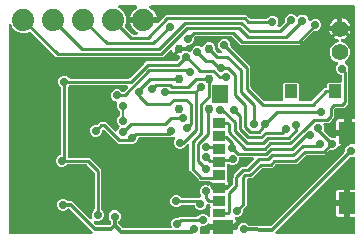
<source format=gbr>
G04 EAGLE Gerber RS-274X export*
G75*
%MOMM*%
%FSLAX34Y34*%
%LPD*%
%INBottom Copper*%
%IPPOS*%
%AMOC8*
5,1,8,0,0,1.08239X$1,22.5*%
G01*
%ADD10C,1.422400*%
%ADD11R,1.350000X1.900000*%
%ADD12R,1.000000X1.200000*%
%ADD13R,1.350000X1.550000*%
%ADD14R,1.100000X0.850000*%
%ADD15R,1.100000X0.750000*%
%ADD16R,1.800000X1.170000*%
%ADD17C,0.764800*%
%ADD18C,1.879600*%
%ADD19C,0.724800*%
%ADD20C,0.304800*%
%ADD21C,0.254000*%
%ADD22C,0.152400*%

G36*
X73354Y3278D02*
X73354Y3278D01*
X73494Y3291D01*
X73513Y3298D01*
X73533Y3301D01*
X73662Y3352D01*
X73793Y3399D01*
X73809Y3410D01*
X73828Y3418D01*
X73941Y3499D01*
X74056Y3578D01*
X74069Y3593D01*
X74086Y3605D01*
X74174Y3712D01*
X74266Y3816D01*
X74276Y3834D01*
X74288Y3850D01*
X74348Y3975D01*
X74411Y4099D01*
X74415Y4119D01*
X74424Y4137D01*
X74450Y4274D01*
X74481Y4410D01*
X74480Y4430D01*
X74484Y4450D01*
X74475Y4588D01*
X74471Y4727D01*
X74465Y4747D01*
X74464Y4767D01*
X74421Y4899D01*
X74383Y5033D01*
X74372Y5050D01*
X74366Y5069D01*
X74292Y5187D01*
X74221Y5307D01*
X74203Y5328D01*
X74196Y5338D01*
X74181Y5352D01*
X74115Y5428D01*
X54999Y24544D01*
X54921Y24604D01*
X54848Y24672D01*
X54795Y24701D01*
X54748Y24738D01*
X54657Y24778D01*
X54570Y24826D01*
X54511Y24841D01*
X54456Y24865D01*
X54358Y24880D01*
X54262Y24905D01*
X54162Y24911D01*
X54142Y24915D01*
X54129Y24913D01*
X54101Y24915D01*
X54024Y24915D01*
X53926Y24903D01*
X53827Y24900D01*
X53769Y24883D01*
X53709Y24875D01*
X53617Y24839D01*
X53522Y24811D01*
X53470Y24781D01*
X53413Y24758D01*
X53333Y24700D01*
X53248Y24650D01*
X53172Y24584D01*
X53156Y24572D01*
X53148Y24562D01*
X53127Y24544D01*
X52179Y23595D01*
X50295Y22815D01*
X48257Y22815D01*
X46373Y23595D01*
X44931Y25037D01*
X44151Y26921D01*
X44151Y28959D01*
X44931Y30843D01*
X46373Y32285D01*
X48257Y33065D01*
X50295Y33065D01*
X52179Y32285D01*
X53127Y31336D01*
X53205Y31276D01*
X53277Y31208D01*
X53330Y31179D01*
X53378Y31142D01*
X53469Y31102D01*
X53556Y31054D01*
X53614Y31039D01*
X53670Y31015D01*
X53768Y31000D01*
X53864Y30975D01*
X53964Y30969D01*
X53984Y30965D01*
X53996Y30967D01*
X54024Y30965D01*
X57133Y30965D01*
X71803Y16294D01*
X71858Y16252D01*
X71907Y16202D01*
X71932Y16186D01*
X71952Y16167D01*
X72004Y16138D01*
X72054Y16099D01*
X72119Y16072D01*
X72178Y16035D01*
X72208Y16026D01*
X72231Y16014D01*
X72286Y15999D01*
X72346Y15973D01*
X72415Y15962D01*
X72482Y15942D01*
X72515Y15940D01*
X72539Y15934D01*
X72629Y15928D01*
X72660Y15923D01*
X72680Y15925D01*
X72700Y15924D01*
X72743Y15929D01*
X72800Y15927D01*
X72887Y15945D01*
X72977Y15953D01*
X73001Y15962D01*
X73016Y15964D01*
X73055Y15979D01*
X73111Y15991D01*
X73192Y16030D01*
X73276Y16061D01*
X73298Y16075D01*
X73311Y16081D01*
X73346Y16106D01*
X73397Y16131D01*
X73465Y16189D01*
X73539Y16239D01*
X73557Y16259D01*
X73569Y16268D01*
X73596Y16300D01*
X73639Y16337D01*
X73691Y16410D01*
X73750Y16478D01*
X73761Y16500D01*
X73772Y16513D01*
X73790Y16552D01*
X73822Y16597D01*
X73854Y16681D01*
X73895Y16761D01*
X73900Y16785D01*
X73907Y16800D01*
X73915Y16844D01*
X73935Y16894D01*
X73945Y16984D01*
X73964Y17071D01*
X73963Y17095D01*
X73967Y17113D01*
X73964Y17158D01*
X73970Y17210D01*
X73957Y17299D01*
X73955Y17389D01*
X73948Y17411D01*
X73947Y17430D01*
X73932Y17475D01*
X73925Y17525D01*
X73873Y17678D01*
X73615Y18301D01*
X73615Y20339D01*
X74395Y22223D01*
X75598Y23425D01*
X75658Y23503D01*
X75726Y23575D01*
X75755Y23628D01*
X75792Y23676D01*
X75832Y23767D01*
X75880Y23854D01*
X75895Y23912D01*
X75919Y23968D01*
X75934Y24066D01*
X75959Y24162D01*
X75965Y24262D01*
X75969Y24282D01*
X75967Y24294D01*
X75969Y24322D01*
X75969Y55087D01*
X75957Y55185D01*
X75954Y55284D01*
X75937Y55342D01*
X75929Y55402D01*
X75893Y55494D01*
X75865Y55589D01*
X75835Y55641D01*
X75812Y55698D01*
X75754Y55778D01*
X75704Y55863D01*
X75638Y55939D01*
X75626Y55955D01*
X75616Y55963D01*
X75598Y55984D01*
X69684Y61898D01*
X69606Y61958D01*
X69534Y62026D01*
X69481Y62055D01*
X69433Y62092D01*
X69342Y62132D01*
X69255Y62180D01*
X69197Y62195D01*
X69141Y62219D01*
X69043Y62234D01*
X68947Y62259D01*
X68847Y62265D01*
X68827Y62269D01*
X68815Y62267D01*
X68787Y62269D01*
X53262Y62269D01*
X53164Y62257D01*
X53065Y62254D01*
X53007Y62237D01*
X52947Y62229D01*
X52855Y62193D01*
X52760Y62165D01*
X52708Y62135D01*
X52651Y62112D01*
X52571Y62054D01*
X52486Y62004D01*
X52410Y61938D01*
X52394Y61926D01*
X52386Y61916D01*
X52365Y61898D01*
X51163Y60695D01*
X49279Y59915D01*
X47241Y59915D01*
X45357Y60695D01*
X43915Y62137D01*
X43135Y64021D01*
X43135Y66059D01*
X43915Y67943D01*
X45357Y69385D01*
X46906Y70026D01*
X46931Y70041D01*
X46959Y70050D01*
X47069Y70119D01*
X47182Y70184D01*
X47203Y70204D01*
X47228Y70220D01*
X47317Y70315D01*
X47410Y70405D01*
X47426Y70430D01*
X47446Y70452D01*
X47509Y70565D01*
X47577Y70676D01*
X47585Y70704D01*
X47600Y70730D01*
X47632Y70856D01*
X47670Y70980D01*
X47672Y71009D01*
X47679Y71038D01*
X47689Y71199D01*
X47689Y127038D01*
X47677Y127136D01*
X47674Y127235D01*
X47657Y127293D01*
X47649Y127353D01*
X47613Y127445D01*
X47585Y127540D01*
X47555Y127592D01*
X47532Y127649D01*
X47474Y127729D01*
X47424Y127814D01*
X47358Y127890D01*
X47346Y127906D01*
X47336Y127914D01*
X47318Y127935D01*
X46115Y129137D01*
X45335Y131021D01*
X45335Y133059D01*
X46115Y134943D01*
X47557Y136385D01*
X49441Y137165D01*
X51479Y137165D01*
X53363Y136385D01*
X54565Y135182D01*
X54643Y135122D01*
X54715Y135054D01*
X54768Y135025D01*
X54816Y134988D01*
X54907Y134948D01*
X54994Y134900D01*
X55052Y134885D01*
X55108Y134861D01*
X55206Y134846D01*
X55302Y134821D01*
X55402Y134815D01*
X55422Y134811D01*
X55434Y134813D01*
X55462Y134811D01*
X104787Y134811D01*
X104885Y134823D01*
X104984Y134826D01*
X105042Y134843D01*
X105102Y134851D01*
X105194Y134887D01*
X105289Y134915D01*
X105341Y134945D01*
X105398Y134968D01*
X105478Y135026D01*
X105563Y135076D01*
X105639Y135142D01*
X105655Y135154D01*
X105663Y135164D01*
X105684Y135182D01*
X117818Y147316D01*
X119812Y149311D01*
X145287Y149311D01*
X145385Y149323D01*
X145484Y149326D01*
X145542Y149343D01*
X145602Y149351D01*
X145694Y149387D01*
X145789Y149415D01*
X145841Y149445D01*
X145898Y149468D01*
X145978Y149526D01*
X146063Y149576D01*
X146139Y149642D01*
X146155Y149654D01*
X146163Y149664D01*
X146184Y149682D01*
X147964Y151462D01*
X148024Y151540D01*
X148092Y151612D01*
X148121Y151665D01*
X148158Y151713D01*
X148198Y151804D01*
X148246Y151891D01*
X148261Y151949D01*
X148285Y152005D01*
X148300Y152103D01*
X148325Y152199D01*
X148331Y152299D01*
X148335Y152319D01*
X148333Y152331D01*
X148335Y152359D01*
X148335Y153126D01*
X148320Y153244D01*
X148313Y153363D01*
X148300Y153401D01*
X148295Y153442D01*
X148252Y153552D01*
X148215Y153665D01*
X148193Y153700D01*
X148178Y153737D01*
X148109Y153833D01*
X148045Y153934D01*
X148015Y153962D01*
X147992Y153995D01*
X147900Y154071D01*
X147813Y154152D01*
X147778Y154172D01*
X147747Y154197D01*
X147639Y154248D01*
X147535Y154306D01*
X147495Y154316D01*
X147459Y154333D01*
X147342Y154355D01*
X147227Y154385D01*
X147167Y154389D01*
X147147Y154393D01*
X147126Y154391D01*
X147066Y154395D01*
X146986Y154395D01*
X145861Y154619D01*
X144801Y155058D01*
X143847Y155696D01*
X143036Y156507D01*
X142398Y157461D01*
X141953Y158536D01*
X141925Y158586D01*
X141905Y158639D01*
X141846Y158723D01*
X141795Y158812D01*
X141756Y158853D01*
X141723Y158900D01*
X141645Y158967D01*
X141574Y159041D01*
X141525Y159071D01*
X141482Y159108D01*
X141390Y159153D01*
X141303Y159207D01*
X141248Y159224D01*
X141197Y159249D01*
X141097Y159271D01*
X140999Y159301D01*
X140942Y159303D01*
X140886Y159315D01*
X140784Y159311D01*
X140681Y159316D01*
X140625Y159304D01*
X140569Y159302D01*
X140471Y159272D01*
X140370Y159252D01*
X140319Y159227D01*
X140264Y159210D01*
X140176Y159157D01*
X140084Y159112D01*
X140041Y159075D01*
X139992Y159045D01*
X139872Y158938D01*
X135720Y154689D01*
X135665Y154616D01*
X135602Y154549D01*
X135595Y154537D01*
X134564Y153506D01*
X134561Y153502D01*
X134554Y153495D01*
X133754Y152677D01*
X132612Y152677D01*
X132608Y152677D01*
X132598Y152677D01*
X131129Y152660D01*
X131102Y152667D01*
X130984Y152675D01*
X130968Y152677D01*
X130959Y152676D01*
X130942Y152677D01*
X43556Y152677D01*
X21918Y174315D01*
X21895Y174333D01*
X21876Y174356D01*
X21770Y174430D01*
X21667Y174510D01*
X21640Y174522D01*
X21616Y174539D01*
X21495Y174585D01*
X21375Y174636D01*
X21346Y174641D01*
X21319Y174652D01*
X21190Y174666D01*
X21061Y174686D01*
X21032Y174683D01*
X21003Y174687D01*
X20874Y174669D01*
X20745Y174656D01*
X20717Y174646D01*
X20688Y174642D01*
X20535Y174590D01*
X17916Y173505D01*
X13580Y173505D01*
X9574Y175164D01*
X6508Y178230D01*
X5713Y180152D01*
X5700Y180174D01*
X5693Y180197D01*
X5671Y180231D01*
X5652Y180277D01*
X5600Y180350D01*
X5555Y180428D01*
X5529Y180455D01*
X5522Y180465D01*
X5502Y180485D01*
X5466Y180535D01*
X5396Y180592D01*
X5334Y180657D01*
X5292Y180682D01*
X5291Y180683D01*
X5286Y180686D01*
X5274Y180693D01*
X5221Y180738D01*
X5139Y180776D01*
X5063Y180823D01*
X4996Y180843D01*
X4933Y180873D01*
X4845Y180890D01*
X4759Y180916D01*
X4689Y180920D01*
X4620Y180933D01*
X4531Y180927D01*
X4441Y180932D01*
X4373Y180917D01*
X4303Y180913D01*
X4218Y180885D01*
X4130Y180867D01*
X4067Y180837D01*
X4001Y180815D01*
X3925Y180767D01*
X3844Y180728D01*
X3791Y180682D01*
X3732Y180645D01*
X3677Y180587D01*
X3671Y180583D01*
X3665Y180575D01*
X3602Y180521D01*
X3562Y180464D01*
X3514Y180413D01*
X3479Y180351D01*
X3469Y180338D01*
X3460Y180320D01*
X3419Y180261D01*
X3394Y180196D01*
X3360Y180135D01*
X3345Y180076D01*
X3333Y180050D01*
X3327Y180020D01*
X3306Y179964D01*
X3298Y179894D01*
X3281Y179827D01*
X3276Y179753D01*
X3273Y179738D01*
X3274Y179722D01*
X3271Y179666D01*
X3271Y4539D01*
X3286Y4421D01*
X3293Y4303D01*
X3305Y4264D01*
X3311Y4224D01*
X3354Y4113D01*
X3391Y4000D01*
X3413Y3966D01*
X3428Y3928D01*
X3498Y3832D01*
X3561Y3731D01*
X3591Y3704D01*
X3614Y3671D01*
X3706Y3595D01*
X3793Y3513D01*
X3828Y3494D01*
X3859Y3468D01*
X3967Y3417D01*
X4071Y3360D01*
X4111Y3350D01*
X4147Y3332D01*
X4264Y3310D01*
X4379Y3280D01*
X4440Y3276D01*
X4459Y3273D01*
X4480Y3274D01*
X4540Y3270D01*
X73217Y3261D01*
X73354Y3278D01*
G37*
G36*
X195908Y6326D02*
X195908Y6326D01*
X196027Y6333D01*
X196065Y6346D01*
X196106Y6351D01*
X196216Y6394D01*
X196329Y6431D01*
X196364Y6453D01*
X196401Y6468D01*
X196497Y6538D01*
X196598Y6601D01*
X196626Y6631D01*
X196659Y6655D01*
X196735Y6746D01*
X196816Y6833D01*
X196836Y6868D01*
X196861Y6899D01*
X196912Y7007D01*
X196970Y7111D01*
X196980Y7151D01*
X196997Y7187D01*
X197019Y7304D01*
X197049Y7419D01*
X197053Y7480D01*
X197057Y7500D01*
X197055Y7520D01*
X197059Y7580D01*
X197059Y8131D01*
X197682Y9634D01*
X197695Y9682D01*
X197716Y9727D01*
X197737Y9835D01*
X197766Y9941D01*
X197767Y9943D01*
X199281Y11457D01*
X201165Y12237D01*
X203203Y12237D01*
X205087Y11457D01*
X206085Y10459D01*
X206158Y10402D01*
X206224Y10338D01*
X206283Y10305D01*
X206336Y10264D01*
X206421Y10227D01*
X206501Y10182D01*
X206566Y10164D01*
X206628Y10137D01*
X206719Y10123D01*
X206808Y10099D01*
X206925Y10090D01*
X206942Y10088D01*
X206951Y10088D01*
X206969Y10087D01*
X224795Y9901D01*
X224900Y9913D01*
X225005Y9917D01*
X225057Y9932D01*
X225111Y9938D01*
X225209Y9976D01*
X225311Y10005D01*
X225357Y10032D01*
X225408Y10052D01*
X225494Y10113D01*
X225585Y10167D01*
X225649Y10223D01*
X225667Y10236D01*
X225677Y10248D01*
X225705Y10273D01*
X287366Y71933D01*
X287426Y72011D01*
X287494Y72084D01*
X287523Y72137D01*
X287560Y72184D01*
X287600Y72275D01*
X287648Y72362D01*
X287663Y72421D01*
X287687Y72476D01*
X287702Y72574D01*
X287727Y72670D01*
X287733Y72770D01*
X287737Y72790D01*
X287735Y72803D01*
X287737Y72831D01*
X287737Y74171D01*
X288314Y75564D01*
X288327Y75612D01*
X288349Y75657D01*
X288369Y75765D01*
X288398Y75871D01*
X288399Y75921D01*
X288408Y75970D01*
X288401Y76079D01*
X288403Y76189D01*
X288392Y76237D01*
X288391Y76255D01*
X288407Y76256D01*
X288539Y76298D01*
X288673Y76337D01*
X288690Y76347D01*
X288709Y76354D01*
X288827Y76428D01*
X288947Y76499D01*
X288968Y76517D01*
X288978Y76524D01*
X288992Y76539D01*
X289068Y76605D01*
X289959Y77497D01*
X291196Y78009D01*
X291221Y78023D01*
X291249Y78032D01*
X291359Y78102D01*
X291472Y78166D01*
X291493Y78187D01*
X291518Y78203D01*
X291607Y78297D01*
X291700Y78388D01*
X291716Y78413D01*
X291736Y78434D01*
X291799Y78548D01*
X291867Y78659D01*
X291875Y78687D01*
X291889Y78713D01*
X291922Y78838D01*
X291960Y78963D01*
X291962Y78992D01*
X291969Y79021D01*
X291979Y79181D01*
X291979Y87550D01*
X291964Y87668D01*
X291957Y87787D01*
X291944Y87825D01*
X291939Y87865D01*
X291895Y87976D01*
X291859Y88089D01*
X291837Y88124D01*
X291822Y88161D01*
X291752Y88257D01*
X291689Y88358D01*
X291659Y88386D01*
X291635Y88418D01*
X291544Y88494D01*
X291457Y88576D01*
X291422Y88595D01*
X291390Y88621D01*
X291283Y88672D01*
X291179Y88729D01*
X291139Y88740D01*
X291103Y88757D01*
X290986Y88779D01*
X290871Y88809D01*
X290810Y88813D01*
X290790Y88817D01*
X290770Y88815D01*
X290710Y88819D01*
X289439Y88819D01*
X289439Y88821D01*
X290710Y88821D01*
X290828Y88836D01*
X290947Y88843D01*
X290985Y88856D01*
X291025Y88861D01*
X291136Y88905D01*
X291249Y88941D01*
X291284Y88963D01*
X291321Y88978D01*
X291417Y89048D01*
X291518Y89111D01*
X291546Y89141D01*
X291578Y89165D01*
X291654Y89256D01*
X291736Y89343D01*
X291755Y89378D01*
X291781Y89410D01*
X291832Y89517D01*
X291889Y89621D01*
X291900Y89661D01*
X291917Y89697D01*
X291939Y89814D01*
X291969Y89929D01*
X291973Y89990D01*
X291977Y90010D01*
X291975Y90030D01*
X291979Y90090D01*
X291979Y100321D01*
X295440Y100321D01*
X295558Y100336D01*
X295677Y100343D01*
X295716Y100355D01*
X295756Y100361D01*
X295866Y100404D01*
X295980Y100441D01*
X296014Y100463D01*
X296052Y100478D01*
X296148Y100547D01*
X296248Y100611D01*
X296276Y100641D01*
X296309Y100664D01*
X296385Y100756D01*
X296466Y100843D01*
X296486Y100878D01*
X296512Y100909D01*
X296562Y101017D01*
X296620Y101121D01*
X296630Y101160D01*
X296647Y101197D01*
X296670Y101313D01*
X296699Y101429D01*
X296703Y101489D01*
X296707Y101509D01*
X296706Y101530D01*
X296710Y101590D01*
X296728Y195460D01*
X296713Y195578D01*
X296706Y195697D01*
X296694Y195735D01*
X296689Y195775D01*
X296645Y195886D01*
X296608Y195999D01*
X296586Y196034D01*
X296572Y196071D01*
X296502Y196167D01*
X296438Y196268D01*
X296408Y196296D01*
X296385Y196328D01*
X296293Y196404D01*
X296206Y196486D01*
X296171Y196506D01*
X296140Y196531D01*
X296032Y196582D01*
X295928Y196640D01*
X295889Y196650D01*
X295852Y196667D01*
X295735Y196689D01*
X295620Y196719D01*
X295560Y196723D01*
X295540Y196727D01*
X295519Y196725D01*
X295459Y196729D01*
X123553Y196729D01*
X123533Y196727D01*
X123513Y196729D01*
X123376Y196707D01*
X123237Y196689D01*
X123219Y196682D01*
X123199Y196679D01*
X123071Y196624D01*
X122942Y196572D01*
X122926Y196561D01*
X122907Y196553D01*
X122797Y196467D01*
X122684Y196386D01*
X122672Y196370D01*
X122656Y196358D01*
X122571Y196248D01*
X122482Y196141D01*
X122473Y196123D01*
X122461Y196107D01*
X122405Y195978D01*
X122346Y195853D01*
X122342Y195833D01*
X122334Y195815D01*
X122312Y195677D01*
X122286Y195541D01*
X122288Y195521D01*
X122284Y195501D01*
X122297Y195362D01*
X122306Y195223D01*
X122312Y195204D01*
X122314Y195184D01*
X122361Y195053D01*
X122404Y194921D01*
X122415Y194904D01*
X122421Y194885D01*
X122500Y194770D01*
X122574Y194652D01*
X122589Y194638D01*
X122600Y194622D01*
X122704Y194530D01*
X122806Y194434D01*
X122823Y194424D01*
X122838Y194411D01*
X122977Y194329D01*
X123322Y194153D01*
X124774Y193098D01*
X126042Y191830D01*
X127097Y190378D01*
X127912Y188780D01*
X128466Y187073D01*
X128487Y186943D01*
X118618Y186943D01*
X118500Y186928D01*
X118381Y186921D01*
X118343Y186908D01*
X118303Y186903D01*
X118192Y186860D01*
X118079Y186823D01*
X118045Y186801D01*
X118007Y186786D01*
X117911Y186716D01*
X117810Y186653D01*
X117782Y186623D01*
X117750Y186599D01*
X117674Y186508D01*
X117592Y186421D01*
X117573Y186386D01*
X117547Y186355D01*
X117496Y186247D01*
X117439Y186143D01*
X117428Y186103D01*
X117411Y186067D01*
X117389Y185950D01*
X117359Y185835D01*
X117355Y185774D01*
X117351Y185754D01*
X117353Y185734D01*
X117349Y185674D01*
X117349Y183134D01*
X117364Y183016D01*
X117371Y182897D01*
X117384Y182859D01*
X117389Y182818D01*
X117433Y182708D01*
X117469Y182595D01*
X117491Y182560D01*
X117506Y182523D01*
X117576Y182427D01*
X117639Y182326D01*
X117669Y182298D01*
X117693Y182265D01*
X117784Y182190D01*
X117871Y182108D01*
X117906Y182088D01*
X117938Y182063D01*
X118045Y182012D01*
X118150Y181954D01*
X118189Y181944D01*
X118225Y181927D01*
X118342Y181905D01*
X118457Y181875D01*
X118518Y181871D01*
X118538Y181867D01*
X118558Y181869D01*
X118618Y181865D01*
X129161Y181865D01*
X129259Y181877D01*
X129358Y181880D01*
X129416Y181897D01*
X129476Y181905D01*
X129568Y181941D01*
X129663Y181969D01*
X129716Y181999D01*
X129772Y182022D01*
X129852Y182080D01*
X129937Y182130D01*
X130013Y182196D01*
X130029Y182208D01*
X130037Y182218D01*
X130058Y182237D01*
X136520Y188699D01*
X204348Y188699D01*
X207024Y186022D01*
X207102Y185962D01*
X207174Y185894D01*
X207227Y185865D01*
X207275Y185828D01*
X207366Y185788D01*
X207453Y185740D01*
X207511Y185725D01*
X207567Y185701D01*
X207665Y185686D01*
X207761Y185661D01*
X207861Y185655D01*
X207881Y185651D01*
X207893Y185653D01*
X207921Y185651D01*
X221566Y185651D01*
X221664Y185663D01*
X221763Y185666D01*
X221821Y185683D01*
X221881Y185691D01*
X221973Y185727D01*
X222068Y185755D01*
X222120Y185785D01*
X222177Y185808D01*
X222257Y185866D01*
X222342Y185916D01*
X222418Y185982D01*
X222434Y185994D01*
X222442Y186004D01*
X222463Y186022D01*
X223665Y187225D01*
X225549Y188005D01*
X227587Y188005D01*
X229471Y187225D01*
X230913Y185783D01*
X231693Y183899D01*
X231693Y181861D01*
X230903Y179955D01*
X230881Y179871D01*
X230848Y179791D01*
X230839Y179719D01*
X230820Y179648D01*
X230818Y179562D01*
X230807Y179475D01*
X230816Y179403D01*
X230814Y179330D01*
X230835Y179246D01*
X230845Y179160D01*
X230872Y179092D01*
X230889Y179021D01*
X230929Y178944D01*
X230961Y178863D01*
X231003Y178804D01*
X231037Y178740D01*
X231096Y178676D01*
X231146Y178605D01*
X231202Y178559D01*
X231251Y178505D01*
X231324Y178457D01*
X231390Y178401D01*
X231456Y178370D01*
X231517Y178330D01*
X231599Y178302D01*
X231678Y178264D01*
X231749Y178250D01*
X231818Y178227D01*
X231904Y178220D01*
X231990Y178203D01*
X232062Y178207D01*
X232135Y178202D01*
X232221Y178216D01*
X232307Y178221D01*
X232376Y178243D01*
X232448Y178256D01*
X232527Y178292D01*
X232610Y178318D01*
X232672Y178357D01*
X232738Y178387D01*
X232806Y178441D01*
X232880Y178487D01*
X232977Y178577D01*
X232987Y178585D01*
X232990Y178589D01*
X232997Y178597D01*
X236843Y182656D01*
X236892Y182722D01*
X236948Y182782D01*
X236986Y182850D01*
X237032Y182913D01*
X237062Y182989D01*
X237102Y183060D01*
X237121Y183136D01*
X237150Y183208D01*
X237161Y183289D01*
X237181Y183368D01*
X237191Y183517D01*
X237191Y183523D01*
X237191Y183525D01*
X237191Y183529D01*
X237191Y185423D01*
X237971Y187307D01*
X239413Y188749D01*
X241297Y189529D01*
X243335Y189529D01*
X245219Y188749D01*
X246498Y187469D01*
X246593Y187396D01*
X246682Y187317D01*
X246718Y187299D01*
X246750Y187274D01*
X246859Y187227D01*
X246965Y187173D01*
X247004Y187164D01*
X247042Y187148D01*
X247159Y187129D01*
X247275Y187103D01*
X247316Y187104D01*
X247356Y187098D01*
X247474Y187109D01*
X247593Y187113D01*
X247632Y187124D01*
X247672Y187128D01*
X247785Y187168D01*
X247899Y187201D01*
X247933Y187222D01*
X247972Y187235D01*
X248070Y187302D01*
X248173Y187363D01*
X248218Y187402D01*
X248235Y187414D01*
X248248Y187429D01*
X248293Y187469D01*
X249065Y188241D01*
X250949Y189021D01*
X252987Y189021D01*
X254871Y188241D01*
X256313Y186799D01*
X257093Y184915D01*
X257093Y184773D01*
X257110Y184635D01*
X257123Y184497D01*
X257130Y184478D01*
X257133Y184458D01*
X257184Y184329D01*
X257231Y184197D01*
X257242Y184181D01*
X257250Y184162D01*
X257331Y184050D01*
X257409Y183934D01*
X257425Y183921D01*
X257436Y183905D01*
X257544Y183816D01*
X257648Y183724D01*
X257666Y183715D01*
X257681Y183702D01*
X257807Y183643D01*
X257931Y183579D01*
X257951Y183575D01*
X257969Y183566D01*
X258106Y183540D01*
X258241Y183510D01*
X258262Y183510D01*
X258281Y183506D01*
X258420Y183515D01*
X258559Y183519D01*
X258579Y183525D01*
X258599Y183526D01*
X258731Y183569D01*
X258865Y183608D01*
X258882Y183618D01*
X258901Y183624D01*
X259019Y183699D01*
X259139Y183769D01*
X259160Y183788D01*
X259170Y183794D01*
X259184Y183809D01*
X259259Y183876D01*
X260023Y184639D01*
X261906Y185419D01*
X263945Y185419D01*
X265828Y184639D01*
X267270Y183197D01*
X268050Y181314D01*
X268050Y179275D01*
X267270Y177391D01*
X265828Y175950D01*
X263945Y175170D01*
X262245Y175170D01*
X262147Y175157D01*
X262048Y175154D01*
X261990Y175137D01*
X261929Y175130D01*
X261837Y175093D01*
X261742Y175066D01*
X261690Y175035D01*
X261634Y175013D01*
X261554Y174955D01*
X261468Y174904D01*
X261393Y174838D01*
X261376Y174826D01*
X261369Y174816D01*
X261347Y174798D01*
X249895Y163345D01*
X200020Y163345D01*
X192772Y170594D01*
X192694Y170654D01*
X192622Y170722D01*
X192569Y170751D01*
X192521Y170788D01*
X192430Y170828D01*
X192343Y170876D01*
X192285Y170891D01*
X192229Y170915D01*
X192131Y170930D01*
X192035Y170955D01*
X191935Y170961D01*
X191915Y170965D01*
X191903Y170963D01*
X191875Y170965D01*
X161807Y170965D01*
X161679Y170949D01*
X161551Y170939D01*
X161522Y170929D01*
X161492Y170925D01*
X161372Y170878D01*
X161250Y170836D01*
X161224Y170820D01*
X161196Y170808D01*
X161091Y170732D01*
X160984Y170662D01*
X160952Y170632D01*
X160939Y170622D01*
X160925Y170605D01*
X160868Y170550D01*
X160395Y170029D01*
X160355Y169973D01*
X160308Y169923D01*
X160264Y169843D01*
X160212Y169769D01*
X160188Y169704D01*
X160154Y169644D01*
X160132Y169556D01*
X160100Y169472D01*
X160092Y169403D01*
X160075Y169336D01*
X160065Y169176D01*
X160065Y167129D01*
X159285Y165245D01*
X157843Y163803D01*
X155959Y163023D01*
X154488Y163023D01*
X154404Y163013D01*
X154320Y163012D01*
X154247Y162993D01*
X154172Y162983D01*
X154094Y162952D01*
X154012Y162931D01*
X153946Y162894D01*
X153877Y162866D01*
X153808Y162817D01*
X153735Y162776D01*
X153680Y162724D01*
X153619Y162680D01*
X153565Y162614D01*
X153504Y162556D01*
X153464Y162493D01*
X153416Y162435D01*
X153380Y162358D01*
X153336Y162287D01*
X153313Y162215D01*
X153281Y162147D01*
X153265Y162064D01*
X153239Y161983D01*
X153235Y161908D01*
X153221Y161835D01*
X153226Y161750D01*
X153222Y161666D01*
X153240Y161526D01*
X153241Y161517D01*
X153242Y161514D01*
X153243Y161506D01*
X153246Y161489D01*
X147560Y161489D01*
X147442Y161474D01*
X147323Y161467D01*
X147285Y161455D01*
X147245Y161450D01*
X147134Y161406D01*
X147021Y161369D01*
X146987Y161347D01*
X146949Y161333D01*
X146853Y161263D01*
X146752Y161199D01*
X146724Y161169D01*
X146692Y161146D01*
X146616Y161054D01*
X146534Y160967D01*
X146515Y160932D01*
X146489Y160901D01*
X146438Y160793D01*
X146381Y160689D01*
X146371Y160650D01*
X146353Y160613D01*
X146331Y160496D01*
X146301Y160381D01*
X146297Y160321D01*
X146294Y160301D01*
X146294Y160300D01*
X146295Y160280D01*
X146291Y160220D01*
X146306Y160102D01*
X146313Y159983D01*
X146326Y159944D01*
X146331Y159904D01*
X146375Y159794D01*
X146411Y159680D01*
X146433Y159646D01*
X146448Y159609D01*
X146518Y159512D01*
X146582Y159412D01*
X146611Y159384D01*
X146635Y159351D01*
X146727Y159275D01*
X146813Y159194D01*
X146849Y159174D01*
X146880Y159148D01*
X146987Y159098D01*
X147092Y159040D01*
X147131Y159030D01*
X147167Y159013D01*
X147284Y158991D01*
X147400Y158961D01*
X147460Y158957D01*
X147480Y158953D01*
X147500Y158954D01*
X147560Y158951D01*
X153470Y158951D01*
X153488Y158895D01*
X153528Y158831D01*
X153559Y158763D01*
X153613Y158697D01*
X153658Y158626D01*
X153713Y158574D01*
X153760Y158516D01*
X153828Y158466D01*
X153889Y158408D01*
X153955Y158372D01*
X154016Y158327D01*
X154094Y158295D01*
X154168Y158254D01*
X154241Y158236D01*
X154310Y158207D01*
X154394Y158196D01*
X154420Y158189D01*
X156152Y157472D01*
X156200Y157459D01*
X156245Y157437D01*
X156353Y157417D01*
X156459Y157388D01*
X156509Y157387D01*
X156558Y157378D01*
X156667Y157385D01*
X156777Y157383D01*
X156825Y157394D01*
X156875Y157397D01*
X156979Y157431D01*
X157086Y157457D01*
X157130Y157480D01*
X157177Y157495D01*
X157270Y157554D01*
X157367Y157606D01*
X157404Y157639D01*
X157446Y157666D01*
X157521Y157746D01*
X157603Y157820D01*
X157630Y157861D01*
X157664Y157897D01*
X157717Y157993D01*
X157777Y158085D01*
X157794Y158132D01*
X157818Y158176D01*
X157845Y158282D01*
X157881Y158386D01*
X157885Y158436D01*
X157897Y158484D01*
X157897Y158487D01*
X158687Y160395D01*
X160129Y161837D01*
X162013Y162617D01*
X164051Y162617D01*
X165935Y161837D01*
X165957Y161814D01*
X165997Y161784D01*
X166030Y161747D01*
X166122Y161687D01*
X166208Y161619D01*
X166254Y161600D01*
X166296Y161572D01*
X166400Y161537D01*
X166500Y161493D01*
X166549Y161485D01*
X166596Y161469D01*
X166706Y161460D01*
X166814Y161443D01*
X166864Y161448D01*
X166914Y161444D01*
X167022Y161463D01*
X167131Y161473D01*
X167178Y161490D01*
X167227Y161498D01*
X167327Y161543D01*
X167430Y161580D01*
X167471Y161608D01*
X167517Y161629D01*
X167603Y161697D01*
X167693Y161759D01*
X167726Y161796D01*
X167765Y161827D01*
X167831Y161915D01*
X167904Y161997D01*
X167927Y162042D01*
X167957Y162081D01*
X168027Y162226D01*
X168446Y163236D01*
X169944Y164734D01*
X171901Y165545D01*
X174019Y165545D01*
X175976Y164734D01*
X177474Y163236D01*
X178285Y161279D01*
X178285Y159378D01*
X178298Y159276D01*
X178301Y159174D01*
X178317Y159119D01*
X178325Y159062D01*
X178362Y158967D01*
X178391Y158869D01*
X178421Y158820D01*
X178442Y158767D01*
X178502Y158684D01*
X178554Y158596D01*
X178616Y158527D01*
X178628Y158509D01*
X178639Y158500D01*
X178661Y158476D01*
X180584Y156574D01*
X180660Y156515D01*
X180729Y156450D01*
X180786Y156419D01*
X180836Y156380D01*
X180924Y156343D01*
X181008Y156296D01*
X181070Y156280D01*
X181129Y156255D01*
X181223Y156241D01*
X181316Y156217D01*
X181424Y156210D01*
X181443Y156207D01*
X181454Y156208D01*
X181477Y156207D01*
X182720Y156207D01*
X182789Y156215D01*
X182859Y156214D01*
X182946Y156235D01*
X183036Y156247D01*
X183101Y156272D01*
X183168Y156289D01*
X183248Y156331D01*
X183331Y156364D01*
X183388Y156405D01*
X183450Y156437D01*
X183516Y156498D01*
X183589Y156550D01*
X183633Y156604D01*
X183685Y156651D01*
X183734Y156726D01*
X183791Y156795D01*
X183821Y156859D01*
X183860Y156917D01*
X183889Y157002D01*
X183927Y157083D01*
X183940Y157152D01*
X183963Y157218D01*
X183970Y157307D01*
X183987Y157395D01*
X183982Y157465D01*
X183988Y157535D01*
X183973Y157623D01*
X183967Y157713D01*
X183946Y157779D01*
X183934Y157848D01*
X183897Y157930D01*
X183869Y158015D01*
X183832Y158074D01*
X183803Y158138D01*
X183747Y158208D01*
X183699Y158284D01*
X183648Y158332D01*
X183604Y158386D01*
X183533Y158440D01*
X183467Y158502D01*
X183406Y158536D01*
X183350Y158578D01*
X183206Y158649D01*
X183025Y158723D01*
X181583Y160165D01*
X180803Y162049D01*
X180803Y164087D01*
X181583Y165971D01*
X183025Y167413D01*
X184909Y168193D01*
X186947Y168193D01*
X188831Y167413D01*
X190273Y165971D01*
X191053Y164087D01*
X191053Y162387D01*
X191065Y162289D01*
X191068Y162190D01*
X191085Y162132D01*
X191093Y162072D01*
X191129Y161980D01*
X191157Y161885D01*
X191187Y161833D01*
X191210Y161776D01*
X191268Y161696D01*
X191318Y161611D01*
X191384Y161535D01*
X191396Y161519D01*
X191406Y161511D01*
X191424Y161490D01*
X208003Y144912D01*
X208003Y127657D01*
X208015Y127559D01*
X208018Y127460D01*
X208035Y127402D01*
X208043Y127342D01*
X208079Y127250D01*
X208107Y127155D01*
X208137Y127102D01*
X208160Y127046D01*
X208218Y126966D01*
X208268Y126881D01*
X208334Y126805D01*
X208346Y126789D01*
X208356Y126781D01*
X208374Y126760D01*
X219216Y115918D01*
X219294Y115858D01*
X219366Y115790D01*
X219419Y115761D01*
X219467Y115724D01*
X219558Y115684D01*
X219645Y115636D01*
X219703Y115621D01*
X219759Y115597D01*
X219857Y115582D01*
X219953Y115557D01*
X220053Y115551D01*
X220073Y115547D01*
X220085Y115549D01*
X220113Y115547D01*
X234680Y115547D01*
X234798Y115562D01*
X234917Y115569D01*
X234955Y115582D01*
X234996Y115587D01*
X235106Y115630D01*
X235219Y115667D01*
X235254Y115689D01*
X235291Y115704D01*
X235387Y115773D01*
X235488Y115837D01*
X235516Y115867D01*
X235549Y115890D01*
X235625Y115982D01*
X235706Y116069D01*
X235726Y116104D01*
X235751Y116135D01*
X235802Y116243D01*
X235860Y116347D01*
X235870Y116387D01*
X235887Y116423D01*
X235909Y116540D01*
X235939Y116655D01*
X235943Y116715D01*
X235947Y116735D01*
X235945Y116756D01*
X235949Y116816D01*
X235949Y130512D01*
X236828Y131391D01*
X248072Y131391D01*
X248951Y130512D01*
X248951Y116816D01*
X248966Y116698D01*
X248973Y116579D01*
X248986Y116541D01*
X248991Y116500D01*
X249034Y116390D01*
X249071Y116277D01*
X249093Y116242D01*
X249108Y116205D01*
X249177Y116109D01*
X249241Y116008D01*
X249271Y115980D01*
X249294Y115947D01*
X249386Y115871D01*
X249473Y115790D01*
X249508Y115770D01*
X249539Y115745D01*
X249647Y115694D01*
X249751Y115636D01*
X249791Y115626D01*
X249827Y115609D01*
X249944Y115587D01*
X250059Y115557D01*
X250119Y115553D01*
X250139Y115549D01*
X250160Y115551D01*
X250220Y115547D01*
X258931Y115547D01*
X259029Y115559D01*
X259128Y115562D01*
X259186Y115579D01*
X259246Y115587D01*
X259338Y115623D01*
X259433Y115651D01*
X259485Y115681D01*
X259542Y115704D01*
X259622Y115762D01*
X259707Y115812D01*
X259783Y115878D01*
X259799Y115890D01*
X259807Y115900D01*
X259828Y115918D01*
X270632Y126723D01*
X271880Y126723D01*
X271998Y126738D01*
X272117Y126745D01*
X272155Y126758D01*
X272196Y126763D01*
X272306Y126806D01*
X272419Y126843D01*
X272454Y126865D01*
X272491Y126880D01*
X272587Y126949D01*
X272688Y127013D01*
X272716Y127043D01*
X272749Y127066D01*
X272825Y127158D01*
X272906Y127245D01*
X272926Y127280D01*
X272951Y127311D01*
X273002Y127419D01*
X273060Y127523D01*
X273070Y127563D01*
X273087Y127599D01*
X273109Y127716D01*
X273139Y127831D01*
X273143Y127891D01*
X273147Y127911D01*
X273145Y127932D01*
X273149Y127992D01*
X273149Y130532D01*
X274028Y131411D01*
X283996Y131411D01*
X284114Y131426D01*
X284233Y131433D01*
X284271Y131446D01*
X284312Y131451D01*
X284422Y131494D01*
X284535Y131531D01*
X284570Y131553D01*
X284607Y131568D01*
X284703Y131637D01*
X284804Y131701D01*
X284832Y131731D01*
X284865Y131754D01*
X284941Y131846D01*
X285022Y131933D01*
X285042Y131968D01*
X285067Y131999D01*
X285118Y132107D01*
X285176Y132211D01*
X285186Y132251D01*
X285203Y132287D01*
X285225Y132404D01*
X285255Y132519D01*
X285259Y132579D01*
X285263Y132599D01*
X285262Y132611D01*
X285263Y132614D01*
X285262Y132627D01*
X285265Y132680D01*
X285265Y136957D01*
X285262Y136986D01*
X285264Y137015D01*
X285242Y137143D01*
X285225Y137272D01*
X285215Y137299D01*
X285210Y137329D01*
X285156Y137447D01*
X285108Y137568D01*
X285091Y137592D01*
X285079Y137619D01*
X284998Y137720D01*
X284922Y137825D01*
X284899Y137844D01*
X284880Y137867D01*
X284777Y137945D01*
X284677Y138028D01*
X284650Y138040D01*
X284626Y138058D01*
X284482Y138129D01*
X282593Y138911D01*
X281151Y140353D01*
X280371Y142237D01*
X280371Y144275D01*
X281151Y146159D01*
X281668Y146675D01*
X281698Y146714D01*
X281735Y146748D01*
X281795Y146840D01*
X281863Y146926D01*
X281882Y146972D01*
X281910Y147014D01*
X281945Y147117D01*
X281989Y147218D01*
X281997Y147267D01*
X282013Y147314D01*
X282022Y147424D01*
X282039Y147532D01*
X282034Y147582D01*
X282038Y147631D01*
X282019Y147740D01*
X282009Y147849D01*
X281992Y147896D01*
X281984Y147945D01*
X281939Y148045D01*
X281901Y148148D01*
X281874Y148189D01*
X281853Y148235D01*
X281785Y148320D01*
X281723Y148411D01*
X281686Y148444D01*
X281655Y148483D01*
X281567Y148549D01*
X281484Y148622D01*
X281440Y148644D01*
X281400Y148674D01*
X281256Y148745D01*
X278713Y149798D01*
X276290Y152221D01*
X274979Y155387D01*
X274979Y158813D01*
X276290Y161979D01*
X278713Y164402D01*
X281969Y165750D01*
X282081Y165814D01*
X282196Y165873D01*
X282219Y165893D01*
X282245Y165908D01*
X282338Y165998D01*
X282435Y166083D01*
X282452Y166108D01*
X282473Y166129D01*
X282541Y166239D01*
X282614Y166346D01*
X282624Y166374D01*
X282640Y166400D01*
X282678Y166523D01*
X282722Y166645D01*
X282724Y166675D01*
X282733Y166704D01*
X282739Y166833D01*
X282752Y166962D01*
X282747Y166992D01*
X282748Y167022D01*
X282722Y167148D01*
X282702Y167276D01*
X282690Y167304D01*
X282684Y167333D01*
X282627Y167449D01*
X282576Y167568D01*
X282558Y167592D01*
X282544Y167619D01*
X282460Y167717D01*
X282381Y167819D01*
X282358Y167838D01*
X282338Y167861D01*
X282232Y167935D01*
X282130Y168014D01*
X282103Y168026D01*
X282078Y168044D01*
X281957Y168090D01*
X281839Y168141D01*
X281796Y168151D01*
X281781Y168157D01*
X281759Y168159D01*
X281682Y168176D01*
X281458Y168212D01*
X280094Y168655D01*
X278816Y169306D01*
X277656Y170149D01*
X276641Y171164D01*
X275798Y172324D01*
X275147Y173602D01*
X274704Y174966D01*
X274682Y175101D01*
X282862Y175101D01*
X282980Y175116D01*
X283099Y175123D01*
X283137Y175135D01*
X283177Y175141D01*
X283288Y175184D01*
X283401Y175221D01*
X283435Y175243D01*
X283473Y175258D01*
X283569Y175327D01*
X283586Y175338D01*
X283610Y175324D01*
X283642Y175299D01*
X283749Y175248D01*
X283854Y175190D01*
X283893Y175180D01*
X283929Y175163D01*
X284046Y175141D01*
X284162Y175111D01*
X284222Y175107D01*
X284242Y175103D01*
X284262Y175105D01*
X284322Y175101D01*
X292502Y175101D01*
X292480Y174966D01*
X292037Y173602D01*
X291386Y172324D01*
X290543Y171164D01*
X289528Y170149D01*
X288368Y169306D01*
X287090Y168655D01*
X285726Y168212D01*
X285502Y168176D01*
X285378Y168140D01*
X285253Y168110D01*
X285226Y168096D01*
X285197Y168088D01*
X285086Y168022D01*
X284972Y167961D01*
X284949Y167941D01*
X284923Y167926D01*
X284832Y167834D01*
X284736Y167747D01*
X284720Y167722D01*
X284698Y167701D01*
X284633Y167590D01*
X284561Y167482D01*
X284552Y167453D01*
X284536Y167427D01*
X284500Y167303D01*
X284458Y167181D01*
X284456Y167151D01*
X284447Y167122D01*
X284443Y166993D01*
X284433Y166864D01*
X284438Y166834D01*
X284437Y166804D01*
X284465Y166678D01*
X284487Y166551D01*
X284500Y166523D01*
X284506Y166494D01*
X284565Y166379D01*
X284618Y166261D01*
X284637Y166237D01*
X284650Y166210D01*
X284736Y166113D01*
X284817Y166012D01*
X284841Y165994D01*
X284861Y165971D01*
X284967Y165899D01*
X285071Y165821D01*
X285109Y165802D01*
X285123Y165792D01*
X285144Y165785D01*
X285215Y165750D01*
X288471Y164402D01*
X290894Y161979D01*
X292205Y158813D01*
X292205Y155387D01*
X290894Y152221D01*
X288425Y149753D01*
X288369Y149723D01*
X288354Y149710D01*
X288337Y149700D01*
X288236Y149603D01*
X288133Y149509D01*
X288122Y149492D01*
X288108Y149479D01*
X288035Y149360D01*
X287959Y149243D01*
X287952Y149225D01*
X287942Y149208D01*
X287901Y149074D01*
X287856Y148942D01*
X287854Y148923D01*
X287848Y148904D01*
X287841Y148764D01*
X287830Y148625D01*
X287834Y148606D01*
X287833Y148586D01*
X287861Y148450D01*
X287885Y148312D01*
X287893Y148294D01*
X287897Y148275D01*
X287958Y148149D01*
X288016Y148022D01*
X288028Y148007D01*
X288037Y147989D01*
X288128Y147882D01*
X288214Y147774D01*
X288230Y147762D01*
X288243Y147747D01*
X288275Y147724D01*
X289841Y146159D01*
X290621Y144275D01*
X290621Y142575D01*
X290633Y142477D01*
X290636Y142378D01*
X290653Y142320D01*
X290661Y142260D01*
X290697Y142168D01*
X290725Y142073D01*
X290755Y142021D01*
X290778Y141964D01*
X290807Y141924D01*
X290807Y113660D01*
X287012Y109866D01*
X280783Y109866D01*
X280692Y109854D01*
X280600Y109852D01*
X280534Y109834D01*
X280467Y109826D01*
X280382Y109792D01*
X280293Y109767D01*
X280235Y109734D01*
X280172Y109709D01*
X280097Y109655D01*
X280018Y109609D01*
X279928Y109532D01*
X279914Y109522D01*
X279909Y109515D01*
X279895Y109504D01*
X279105Y108730D01*
X279039Y108647D01*
X278966Y108570D01*
X278940Y108523D01*
X278907Y108481D01*
X278864Y108384D01*
X278812Y108291D01*
X278799Y108240D01*
X278777Y108191D01*
X278759Y108086D01*
X278733Y107984D01*
X278728Y107899D01*
X278724Y107877D01*
X278725Y107862D01*
X278723Y107823D01*
X278723Y101884D01*
X276728Y99890D01*
X276111Y99272D01*
X276110Y99272D01*
X274116Y97277D01*
X271004Y97277D01*
X270955Y97271D01*
X270905Y97273D01*
X270798Y97251D01*
X270689Y97237D01*
X270642Y97219D01*
X270594Y97209D01*
X270495Y97161D01*
X270393Y97120D01*
X270353Y97091D01*
X270308Y97069D01*
X270225Y96998D01*
X270136Y96934D01*
X270104Y96895D01*
X270066Y96863D01*
X270003Y96773D01*
X269933Y96689D01*
X269912Y96644D01*
X269883Y96603D01*
X269844Y96500D01*
X269797Y96401D01*
X269788Y96352D01*
X269770Y96306D01*
X269758Y96196D01*
X269738Y96089D01*
X269741Y96039D01*
X269735Y95990D01*
X269750Y95881D01*
X269757Y95771D01*
X269773Y95724D01*
X269780Y95675D01*
X269832Y95522D01*
X270297Y94399D01*
X270297Y92361D01*
X270004Y91654D01*
X269996Y91626D01*
X269983Y91600D01*
X269954Y91473D01*
X269920Y91348D01*
X269920Y91318D01*
X269913Y91289D01*
X269917Y91159D01*
X269915Y91030D01*
X269922Y91001D01*
X269923Y90971D01*
X269959Y90847D01*
X269989Y90720D01*
X270003Y90694D01*
X270011Y90666D01*
X270077Y90554D01*
X270138Y90439D01*
X270158Y90417D01*
X270173Y90392D01*
X270279Y90271D01*
X275282Y85268D01*
X275360Y85208D01*
X275432Y85140D01*
X275485Y85111D01*
X275533Y85074D01*
X275624Y85034D01*
X275711Y84986D01*
X275769Y84971D01*
X275825Y84947D01*
X275923Y84932D01*
X276019Y84907D01*
X276119Y84901D01*
X276139Y84897D01*
X276151Y84899D01*
X276179Y84897D01*
X277879Y84897D01*
X278934Y84460D01*
X278982Y84447D01*
X279027Y84425D01*
X279135Y84405D01*
X279241Y84376D01*
X279291Y84375D01*
X279340Y84366D01*
X279449Y84373D01*
X279559Y84371D01*
X279607Y84382D01*
X279657Y84385D01*
X279761Y84419D01*
X279868Y84445D01*
X279912Y84468D01*
X279959Y84483D01*
X280052Y84542D01*
X280149Y84594D01*
X280186Y84627D01*
X280228Y84654D01*
X280303Y84734D01*
X280385Y84808D01*
X280412Y84849D01*
X280446Y84885D01*
X280499Y84981D01*
X280559Y85073D01*
X280576Y85120D01*
X280600Y85164D01*
X280627Y85270D01*
X280663Y85374D01*
X280667Y85424D01*
X280679Y85472D01*
X280689Y85632D01*
X280689Y86281D01*
X286901Y86281D01*
X286901Y77502D01*
X286918Y77364D01*
X286922Y77319D01*
X282367Y77319D01*
X282318Y77330D01*
X282264Y77329D01*
X282211Y77336D01*
X282106Y77324D01*
X282000Y77321D01*
X281948Y77306D01*
X281895Y77300D01*
X281796Y77262D01*
X281694Y77232D01*
X281648Y77205D01*
X281598Y77186D01*
X281512Y77124D01*
X281421Y77071D01*
X281356Y77014D01*
X281339Y77002D01*
X281329Y76990D01*
X281300Y76964D01*
X279763Y75427D01*
X277879Y74647D01*
X276011Y74647D01*
X275913Y74635D01*
X275814Y74632D01*
X275756Y74615D01*
X275696Y74607D01*
X275604Y74571D01*
X275509Y74543D01*
X275456Y74513D01*
X275400Y74490D01*
X275320Y74432D01*
X275235Y74382D01*
X275159Y74316D01*
X275143Y74304D01*
X275135Y74294D01*
X275114Y74276D01*
X273094Y72256D01*
X271100Y70261D01*
X256061Y70261D01*
X255982Y70251D01*
X255902Y70251D01*
X255825Y70231D01*
X255745Y70221D01*
X255671Y70192D01*
X255594Y70172D01*
X255524Y70134D01*
X255450Y70104D01*
X255385Y70058D01*
X255316Y70019D01*
X255193Y69918D01*
X255192Y69918D01*
X255192Y69917D01*
X254098Y68889D01*
X247904Y63064D01*
X247896Y63055D01*
X247876Y63037D01*
X247072Y62234D01*
X245937Y62269D01*
X245925Y62268D01*
X245898Y62269D01*
X229633Y62269D01*
X229535Y62257D01*
X229436Y62254D01*
X229378Y62237D01*
X229318Y62229D01*
X229226Y62193D01*
X229131Y62165D01*
X229079Y62135D01*
X229022Y62112D01*
X228942Y62054D01*
X228857Y62004D01*
X228781Y61938D01*
X228765Y61926D01*
X228757Y61916D01*
X228736Y61898D01*
X226108Y59269D01*
X218633Y59269D01*
X218535Y59257D01*
X218436Y59254D01*
X218378Y59237D01*
X218318Y59229D01*
X218226Y59193D01*
X218131Y59165D01*
X218079Y59135D01*
X218022Y59112D01*
X217942Y59054D01*
X217857Y59004D01*
X217781Y58938D01*
X217765Y58926D01*
X217757Y58916D01*
X217736Y58898D01*
X209108Y50269D01*
X206096Y50269D01*
X205978Y50254D01*
X205859Y50247D01*
X205821Y50234D01*
X205780Y50229D01*
X205670Y50186D01*
X205557Y50149D01*
X205522Y50127D01*
X205485Y50112D01*
X205389Y50043D01*
X205288Y49979D01*
X205260Y49949D01*
X205227Y49926D01*
X205151Y49834D01*
X205070Y49747D01*
X205050Y49712D01*
X205025Y49681D01*
X204974Y49573D01*
X204916Y49469D01*
X204906Y49429D01*
X204889Y49393D01*
X204867Y49276D01*
X204837Y49161D01*
X204833Y49101D01*
X204829Y49081D01*
X204831Y49060D01*
X204827Y49000D01*
X204827Y30184D01*
X204836Y30111D01*
X204827Y28519D01*
X204827Y28517D01*
X204827Y28512D01*
X204827Y27367D01*
X204011Y26561D01*
X204010Y26559D01*
X204006Y26556D01*
X202928Y25477D01*
X202863Y25421D01*
X202847Y25410D01*
X202841Y25402D01*
X202824Y25387D01*
X201938Y24511D01*
X201874Y24430D01*
X201804Y24355D01*
X201776Y24306D01*
X201741Y24261D01*
X201700Y24167D01*
X201650Y24077D01*
X201636Y24022D01*
X201613Y23970D01*
X201597Y23868D01*
X201571Y23769D01*
X201565Y23677D01*
X201562Y23656D01*
X201563Y23642D01*
X201561Y23608D01*
X201561Y21949D01*
X200781Y20065D01*
X199339Y18623D01*
X197455Y17843D01*
X196294Y17843D01*
X196163Y17827D01*
X196031Y17816D01*
X196005Y17807D01*
X195978Y17803D01*
X195856Y17755D01*
X195730Y17711D01*
X195708Y17696D01*
X195683Y17686D01*
X195576Y17609D01*
X195465Y17535D01*
X195447Y17515D01*
X195425Y17500D01*
X195341Y17397D01*
X195252Y17299D01*
X195240Y17275D01*
X195223Y17255D01*
X195166Y17135D01*
X195105Y17018D01*
X195098Y16991D01*
X195087Y16967D01*
X195062Y16837D01*
X195032Y16708D01*
X195032Y16681D01*
X195027Y16655D01*
X195035Y16523D01*
X195038Y16390D01*
X195045Y16364D01*
X195047Y16337D01*
X195088Y16211D01*
X195123Y16084D01*
X195140Y16049D01*
X195145Y16035D01*
X195157Y16016D01*
X195195Y15939D01*
X195464Y15472D01*
X195601Y14963D01*
X195601Y11389D01*
X185870Y11389D01*
X185752Y11374D01*
X185633Y11367D01*
X185595Y11354D01*
X185555Y11349D01*
X185444Y11305D01*
X185331Y11269D01*
X185296Y11247D01*
X185259Y11232D01*
X185163Y11162D01*
X185062Y11099D01*
X185034Y11069D01*
X185002Y11045D01*
X184926Y10954D01*
X184844Y10867D01*
X184825Y10832D01*
X184799Y10800D01*
X184748Y10693D01*
X184691Y10589D01*
X184680Y10549D01*
X184663Y10513D01*
X184641Y10396D01*
X184611Y10281D01*
X184607Y10220D01*
X184603Y10200D01*
X184605Y10180D01*
X184601Y10120D01*
X184601Y7580D01*
X184616Y7462D01*
X184623Y7343D01*
X184636Y7305D01*
X184641Y7265D01*
X184685Y7154D01*
X184721Y7041D01*
X184743Y7006D01*
X184758Y6969D01*
X184828Y6873D01*
X184891Y6772D01*
X184921Y6744D01*
X184945Y6711D01*
X185036Y6636D01*
X185123Y6554D01*
X185158Y6534D01*
X185190Y6509D01*
X185297Y6458D01*
X185401Y6400D01*
X185441Y6390D01*
X185477Y6373D01*
X185594Y6351D01*
X185709Y6321D01*
X185770Y6317D01*
X185790Y6313D01*
X185810Y6315D01*
X185870Y6311D01*
X195790Y6311D01*
X195908Y6326D01*
G37*
G36*
X140241Y8111D02*
X140241Y8111D01*
X140290Y8109D01*
X140398Y8131D01*
X140507Y8145D01*
X140553Y8163D01*
X140602Y8173D01*
X140700Y8221D01*
X140802Y8262D01*
X140843Y8291D01*
X140887Y8313D01*
X140971Y8384D01*
X141060Y8448D01*
X141092Y8487D01*
X141129Y8519D01*
X141193Y8609D01*
X141263Y8693D01*
X141284Y8738D01*
X141312Y8779D01*
X141351Y8882D01*
X141398Y8981D01*
X141407Y9030D01*
X141425Y9076D01*
X141437Y9186D01*
X141458Y9293D01*
X141455Y9343D01*
X141460Y9392D01*
X141445Y9501D01*
X141438Y9611D01*
X141423Y9658D01*
X141416Y9707D01*
X141364Y9860D01*
X140925Y10919D01*
X140925Y12957D01*
X141705Y14841D01*
X143147Y16283D01*
X145031Y17063D01*
X146731Y17063D01*
X146829Y17075D01*
X146928Y17078D01*
X146986Y17095D01*
X147046Y17103D01*
X147138Y17139D01*
X147233Y17167D01*
X147285Y17197D01*
X147342Y17220D01*
X147422Y17278D01*
X147507Y17328D01*
X147583Y17394D01*
X147599Y17406D01*
X147607Y17416D01*
X147628Y17434D01*
X148204Y18011D01*
X162638Y18011D01*
X162736Y18023D01*
X162835Y18026D01*
X162893Y18043D01*
X162953Y18051D01*
X163045Y18087D01*
X163140Y18115D01*
X163192Y18145D01*
X163249Y18168D01*
X163329Y18226D01*
X163414Y18276D01*
X163490Y18342D01*
X163506Y18354D01*
X163514Y18364D01*
X163535Y18382D01*
X164737Y19585D01*
X166621Y20365D01*
X168659Y20365D01*
X170543Y19585D01*
X171933Y18195D01*
X172042Y18110D01*
X172149Y18021D01*
X172168Y18012D01*
X172184Y18000D01*
X172312Y17945D01*
X172437Y17886D01*
X172457Y17882D01*
X172476Y17874D01*
X172614Y17852D01*
X172750Y17826D01*
X172770Y17827D01*
X172790Y17824D01*
X172929Y17837D01*
X173067Y17845D01*
X173086Y17852D01*
X173106Y17854D01*
X173238Y17901D01*
X173369Y17944D01*
X173387Y17954D01*
X173406Y17961D01*
X173521Y18039D01*
X173638Y18114D01*
X173652Y18128D01*
X173669Y18140D01*
X173761Y18244D01*
X173856Y18345D01*
X173866Y18363D01*
X173879Y18378D01*
X173943Y18502D01*
X174010Y18624D01*
X174015Y18643D01*
X174024Y18661D01*
X174054Y18797D01*
X174089Y18932D01*
X174091Y18960D01*
X174094Y18972D01*
X174093Y18992D01*
X174099Y19092D01*
X174099Y25466D01*
X174127Y25519D01*
X174135Y25558D01*
X174151Y25595D01*
X174170Y25713D01*
X174196Y25829D01*
X174195Y25870D01*
X174201Y25910D01*
X174190Y26028D01*
X174187Y26147D01*
X174175Y26186D01*
X174172Y26226D01*
X174131Y26338D01*
X174099Y26449D01*
X174099Y27456D01*
X174084Y27574D01*
X174077Y27693D01*
X174064Y27731D01*
X174059Y27772D01*
X174016Y27882D01*
X173979Y27995D01*
X173957Y28030D01*
X173942Y28067D01*
X173873Y28163D01*
X173809Y28264D01*
X173779Y28292D01*
X173756Y28325D01*
X173664Y28401D01*
X173577Y28482D01*
X173542Y28502D01*
X173511Y28527D01*
X173403Y28578D01*
X173299Y28636D01*
X173259Y28646D01*
X173223Y28663D01*
X173106Y28685D01*
X172991Y28715D01*
X172931Y28719D01*
X172911Y28723D01*
X172890Y28721D01*
X172830Y28725D01*
X171907Y28725D01*
X171878Y28722D01*
X171849Y28724D01*
X171721Y28702D01*
X171592Y28685D01*
X171565Y28675D01*
X171535Y28670D01*
X171417Y28616D01*
X171296Y28568D01*
X171272Y28551D01*
X171245Y28539D01*
X171144Y28458D01*
X171039Y28382D01*
X171020Y28359D01*
X170997Y28340D01*
X170919Y28237D01*
X170836Y28137D01*
X170824Y28110D01*
X170806Y28086D01*
X170735Y27942D01*
X169953Y26053D01*
X168511Y24611D01*
X166627Y23831D01*
X164589Y23831D01*
X162705Y24611D01*
X161263Y26053D01*
X160708Y27394D01*
X160694Y27419D01*
X160684Y27447D01*
X160615Y27557D01*
X160551Y27670D01*
X160530Y27691D01*
X160514Y27716D01*
X160420Y27805D01*
X160329Y27898D01*
X160304Y27914D01*
X160283Y27934D01*
X160169Y27997D01*
X160058Y28065D01*
X160030Y28073D01*
X160004Y28088D01*
X159878Y28120D01*
X159754Y28158D01*
X159725Y28160D01*
X159696Y28167D01*
X159536Y28177D01*
X150162Y28177D01*
X150064Y28165D01*
X149965Y28162D01*
X149907Y28145D01*
X149847Y28137D01*
X149755Y28101D01*
X149660Y28073D01*
X149608Y28043D01*
X149551Y28020D01*
X149471Y27962D01*
X149386Y27912D01*
X149310Y27846D01*
X149294Y27834D01*
X149286Y27824D01*
X149265Y27806D01*
X148063Y26603D01*
X146179Y25823D01*
X144141Y25823D01*
X142257Y26603D01*
X140815Y28045D01*
X140035Y29929D01*
X140035Y31967D01*
X140815Y33851D01*
X142257Y35293D01*
X144141Y36073D01*
X146179Y36073D01*
X148063Y35293D01*
X149265Y34090D01*
X149343Y34030D01*
X149415Y33962D01*
X149468Y33933D01*
X149516Y33896D01*
X149607Y33856D01*
X149694Y33808D01*
X149752Y33793D01*
X149808Y33769D01*
X149906Y33754D01*
X150002Y33729D01*
X150102Y33723D01*
X150122Y33719D01*
X150134Y33721D01*
X150162Y33719D01*
X163462Y33719D01*
X163471Y33720D01*
X163481Y33719D01*
X163629Y33740D01*
X163778Y33759D01*
X163786Y33762D01*
X163796Y33763D01*
X163948Y33815D01*
X164589Y34081D01*
X165154Y34081D01*
X165291Y34098D01*
X165430Y34111D01*
X165449Y34118D01*
X165469Y34121D01*
X165598Y34172D01*
X165729Y34219D01*
X165746Y34230D01*
X165765Y34238D01*
X165877Y34319D01*
X165992Y34397D01*
X166006Y34413D01*
X166022Y34424D01*
X166111Y34532D01*
X166203Y34636D01*
X166212Y34654D01*
X166225Y34669D01*
X166284Y34795D01*
X166347Y34919D01*
X166352Y34939D01*
X166360Y34957D01*
X166387Y35093D01*
X166417Y35229D01*
X166416Y35250D01*
X166420Y35269D01*
X166412Y35408D01*
X166407Y35547D01*
X166402Y35567D01*
X166401Y35587D01*
X166358Y35719D01*
X166319Y35853D01*
X166309Y35870D01*
X166302Y35889D01*
X166228Y36007D01*
X166157Y36127D01*
X166139Y36148D01*
X166132Y36158D01*
X166117Y36172D01*
X166051Y36248D01*
X165901Y36397D01*
X165121Y38281D01*
X165121Y40319D01*
X165901Y42203D01*
X167343Y43645D01*
X169227Y44425D01*
X171265Y44425D01*
X171844Y44185D01*
X171892Y44172D01*
X171937Y44151D01*
X172045Y44130D01*
X172151Y44101D01*
X172201Y44100D01*
X172250Y44091D01*
X172359Y44098D01*
X172469Y44096D01*
X172517Y44108D01*
X172567Y44111D01*
X172671Y44144D01*
X172778Y44170D01*
X172822Y44193D01*
X172869Y44209D01*
X172962Y44267D01*
X173059Y44319D01*
X173096Y44352D01*
X173138Y44379D01*
X173213Y44459D01*
X173295Y44533D01*
X173322Y44574D01*
X173356Y44610D01*
X173409Y44707D01*
X173469Y44798D01*
X173486Y44845D01*
X173510Y44889D01*
X173537Y44995D01*
X173573Y45099D01*
X173577Y45149D01*
X173589Y45197D01*
X173599Y45358D01*
X173599Y47000D01*
X173584Y47118D01*
X173577Y47237D01*
X173564Y47275D01*
X173559Y47316D01*
X173516Y47426D01*
X173479Y47539D01*
X173457Y47574D01*
X173442Y47611D01*
X173373Y47707D01*
X173309Y47808D01*
X173279Y47836D01*
X173256Y47869D01*
X173164Y47945D01*
X173077Y48026D01*
X173042Y48046D01*
X173011Y48071D01*
X172903Y48122D01*
X172799Y48180D01*
X172759Y48190D01*
X172723Y48207D01*
X172606Y48229D01*
X172491Y48259D01*
X172431Y48263D01*
X172411Y48267D01*
X172390Y48265D01*
X172330Y48269D01*
X166505Y48269D01*
X166504Y48269D01*
X166501Y48269D01*
X165355Y48266D01*
X164545Y49077D01*
X164544Y49077D01*
X164543Y49079D01*
X158188Y55400D01*
X158161Y55421D01*
X157006Y56576D01*
X157005Y56576D01*
X157004Y56578D01*
X156189Y57388D01*
X156189Y58535D01*
X156189Y58536D01*
X156189Y58538D01*
X156185Y60140D01*
X156185Y60146D01*
X156189Y60167D01*
X156187Y60179D01*
X156189Y60207D01*
X156189Y78287D01*
X156172Y78424D01*
X156159Y78563D01*
X156152Y78582D01*
X156149Y78602D01*
X156098Y78731D01*
X156051Y78862D01*
X156040Y78879D01*
X156032Y78898D01*
X155951Y79010D01*
X155873Y79125D01*
X155857Y79139D01*
X155846Y79155D01*
X155738Y79244D01*
X155634Y79336D01*
X155616Y79345D01*
X155601Y79358D01*
X155475Y79417D01*
X155351Y79480D01*
X155331Y79485D01*
X155313Y79494D01*
X155177Y79520D01*
X155041Y79550D01*
X155020Y79550D01*
X155001Y79553D01*
X154862Y79545D01*
X154723Y79540D01*
X154703Y79535D01*
X154683Y79534D01*
X154551Y79491D01*
X154417Y79452D01*
X154400Y79442D01*
X154381Y79436D01*
X154263Y79361D01*
X154143Y79291D01*
X154122Y79272D01*
X154112Y79265D01*
X154098Y79251D01*
X154023Y79184D01*
X153229Y78390D01*
X153223Y78383D01*
X153216Y78377D01*
X153126Y78258D01*
X153034Y78139D01*
X153030Y78131D01*
X153025Y78123D01*
X152954Y77979D01*
X152705Y77377D01*
X151263Y75935D01*
X149379Y75155D01*
X147341Y75155D01*
X145457Y75935D01*
X144015Y77377D01*
X143235Y79261D01*
X143235Y81299D01*
X144054Y83277D01*
X144059Y83283D01*
X144087Y83347D01*
X144123Y83406D01*
X144150Y83492D01*
X144185Y83575D01*
X144196Y83643D01*
X144217Y83710D01*
X144221Y83800D01*
X144235Y83889D01*
X144228Y83958D01*
X144232Y84028D01*
X144214Y84116D01*
X144205Y84205D01*
X144182Y84271D01*
X144167Y84339D01*
X144128Y84420D01*
X144098Y84505D01*
X144058Y84562D01*
X144028Y84625D01*
X143969Y84693D01*
X143919Y84768D01*
X143867Y84814D01*
X143821Y84867D01*
X143748Y84919D01*
X143681Y84978D01*
X143618Y85010D01*
X143561Y85050D01*
X143477Y85082D01*
X143397Y85123D01*
X143329Y85138D01*
X143264Y85163D01*
X143175Y85173D01*
X143087Y85192D01*
X143017Y85190D01*
X142948Y85198D01*
X142859Y85185D01*
X142769Y85183D01*
X142702Y85163D01*
X142633Y85154D01*
X142481Y85102D01*
X142079Y84935D01*
X140041Y84935D01*
X139806Y85033D01*
X139797Y85035D01*
X139788Y85040D01*
X139644Y85077D01*
X139499Y85117D01*
X139489Y85117D01*
X139480Y85119D01*
X139320Y85129D01*
X113854Y85129D01*
X113736Y85114D01*
X113617Y85107D01*
X113579Y85094D01*
X113538Y85089D01*
X113428Y85046D01*
X113315Y85009D01*
X113280Y84987D01*
X113243Y84972D01*
X113147Y84903D01*
X113046Y84839D01*
X113018Y84809D01*
X112985Y84786D01*
X112909Y84694D01*
X112828Y84607D01*
X112808Y84572D01*
X112783Y84541D01*
X112732Y84433D01*
X112674Y84329D01*
X112664Y84289D01*
X112647Y84253D01*
X112625Y84136D01*
X112595Y84021D01*
X112591Y83961D01*
X112587Y83941D01*
X112589Y83920D01*
X112585Y83860D01*
X112585Y83521D01*
X111805Y81637D01*
X110363Y80195D01*
X108479Y79415D01*
X106441Y79415D01*
X106061Y79573D01*
X106052Y79575D01*
X106044Y79580D01*
X105899Y79617D01*
X105754Y79657D01*
X105745Y79657D01*
X105736Y79659D01*
X105575Y79669D01*
X95732Y79669D01*
X93738Y81664D01*
X84351Y91050D01*
X84242Y91135D01*
X84135Y91224D01*
X84116Y91233D01*
X84100Y91245D01*
X83972Y91301D01*
X83847Y91360D01*
X83827Y91363D01*
X83808Y91371D01*
X83670Y91393D01*
X83534Y91419D01*
X83514Y91418D01*
X83494Y91421D01*
X83355Y91408D01*
X83217Y91400D01*
X83198Y91393D01*
X83178Y91391D01*
X83046Y91344D01*
X82915Y91302D01*
X82897Y91291D01*
X82878Y91284D01*
X82763Y91206D01*
X82646Y91131D01*
X82632Y91117D01*
X82615Y91105D01*
X82523Y91001D01*
X82428Y90900D01*
X82418Y90882D01*
X82405Y90867D01*
X82341Y90743D01*
X82274Y90621D01*
X82269Y90602D01*
X82260Y90584D01*
X82230Y90448D01*
X82195Y90313D01*
X82193Y90285D01*
X82190Y90273D01*
X82191Y90253D01*
X82185Y90153D01*
X82185Y89541D01*
X81405Y87657D01*
X79963Y86215D01*
X78079Y85435D01*
X76041Y85435D01*
X74157Y86215D01*
X72715Y87657D01*
X71935Y89541D01*
X71935Y91579D01*
X72715Y93463D01*
X74157Y94905D01*
X76041Y95685D01*
X77741Y95685D01*
X77839Y95697D01*
X77938Y95700D01*
X77996Y95717D01*
X78056Y95725D01*
X78148Y95761D01*
X78243Y95789D01*
X78295Y95819D01*
X78352Y95842D01*
X78432Y95900D01*
X78517Y95950D01*
X78593Y96016D01*
X78609Y96028D01*
X78617Y96038D01*
X78638Y96056D01*
X80492Y97911D01*
X85328Y97911D01*
X92871Y90367D01*
X92911Y90337D01*
X92944Y90300D01*
X93036Y90240D01*
X93123Y90172D01*
X93168Y90152D01*
X93210Y90125D01*
X93314Y90089D01*
X93414Y90046D01*
X93464Y90038D01*
X93510Y90022D01*
X93620Y90013D01*
X93729Y89996D01*
X93778Y90001D01*
X93828Y89997D01*
X93936Y90015D01*
X94045Y90026D01*
X94092Y90043D01*
X94141Y90051D01*
X94241Y90096D01*
X94344Y90133D01*
X94386Y90161D01*
X94431Y90182D01*
X94517Y90250D01*
X94608Y90312D01*
X94640Y90349D01*
X94679Y90380D01*
X94745Y90468D01*
X94818Y90550D01*
X94841Y90595D01*
X94871Y90634D01*
X94941Y90779D01*
X95477Y92073D01*
X96749Y93345D01*
X96822Y93439D01*
X96901Y93528D01*
X96919Y93564D01*
X96944Y93596D01*
X96991Y93705D01*
X97045Y93811D01*
X97054Y93850D01*
X97070Y93888D01*
X97089Y94005D01*
X97115Y94121D01*
X97114Y94162D01*
X97120Y94202D01*
X97109Y94320D01*
X97105Y94439D01*
X97094Y94478D01*
X97090Y94518D01*
X97050Y94630D01*
X97017Y94745D01*
X96996Y94780D01*
X96983Y94818D01*
X96916Y94916D01*
X96855Y95019D01*
X96816Y95064D01*
X96804Y95081D01*
X96789Y95094D01*
X96749Y95140D01*
X95731Y96157D01*
X94951Y98041D01*
X94951Y100079D01*
X95731Y101963D01*
X97225Y103457D01*
X97306Y103503D01*
X97327Y103523D01*
X97352Y103539D01*
X97441Y103634D01*
X97534Y103724D01*
X97550Y103749D01*
X97570Y103771D01*
X97633Y103884D01*
X97701Y103995D01*
X97709Y104023D01*
X97724Y104049D01*
X97756Y104175D01*
X97794Y104299D01*
X97796Y104329D01*
X97803Y104357D01*
X97813Y104518D01*
X97813Y106302D01*
X97810Y106332D01*
X97812Y106361D01*
X97790Y106489D01*
X97773Y106618D01*
X97763Y106645D01*
X97757Y106674D01*
X97704Y106793D01*
X97656Y106913D01*
X97639Y106937D01*
X97627Y106964D01*
X97546Y107066D01*
X97470Y107171D01*
X97447Y107190D01*
X97428Y107213D01*
X97325Y107291D01*
X97225Y107374D01*
X97206Y107382D01*
X95731Y108857D01*
X94951Y110741D01*
X94951Y112779D01*
X95316Y113660D01*
X95329Y113708D01*
X95350Y113753D01*
X95371Y113861D01*
X95400Y113967D01*
X95401Y114017D01*
X95410Y114066D01*
X95403Y114175D01*
X95405Y114285D01*
X95394Y114333D01*
X95390Y114383D01*
X95357Y114487D01*
X95331Y114594D01*
X95308Y114638D01*
X95292Y114685D01*
X95234Y114778D01*
X95182Y114875D01*
X95149Y114912D01*
X95122Y114954D01*
X95042Y115029D01*
X94968Y115111D01*
X94927Y115138D01*
X94891Y115172D01*
X94794Y115225D01*
X94703Y115285D01*
X94656Y115302D01*
X94612Y115326D01*
X94506Y115353D01*
X94402Y115389D01*
X94352Y115393D01*
X94304Y115405D01*
X94144Y115415D01*
X93941Y115415D01*
X92057Y116195D01*
X90615Y117637D01*
X89835Y119521D01*
X89835Y121559D01*
X90615Y123443D01*
X92057Y124885D01*
X93941Y125665D01*
X95979Y125665D01*
X97863Y124885D01*
X98962Y123786D01*
X99061Y123709D01*
X99157Y123626D01*
X99187Y123611D01*
X99213Y123591D01*
X99329Y123541D01*
X99442Y123484D01*
X99475Y123478D01*
X99505Y123465D01*
X99630Y123445D01*
X99754Y123418D01*
X99786Y123420D01*
X99819Y123415D01*
X99945Y123427D01*
X100071Y123432D01*
X100103Y123441D01*
X100135Y123445D01*
X100255Y123487D01*
X100376Y123524D01*
X100404Y123541D01*
X100435Y123552D01*
X100540Y123623D01*
X100648Y123689D01*
X100683Y123721D01*
X100698Y123731D01*
X100712Y123747D01*
X100767Y123797D01*
X104006Y127113D01*
X104085Y127218D01*
X104169Y127319D01*
X104181Y127345D01*
X104198Y127367D01*
X104248Y127488D01*
X104304Y127607D01*
X104310Y127634D01*
X104320Y127660D01*
X104339Y127791D01*
X104364Y127920D01*
X104362Y127947D01*
X104366Y127975D01*
X104353Y128106D01*
X104344Y128237D01*
X104336Y128263D01*
X104333Y128291D01*
X104287Y128414D01*
X104246Y128539D01*
X104231Y128563D01*
X104222Y128589D01*
X104147Y128697D01*
X104076Y128808D01*
X104056Y128827D01*
X104040Y128850D01*
X103940Y128936D01*
X103845Y129026D01*
X103820Y129039D01*
X103799Y129058D01*
X103681Y129116D01*
X103566Y129180D01*
X103539Y129187D01*
X103514Y129199D01*
X103386Y129226D01*
X103258Y129259D01*
X103219Y129262D01*
X103203Y129265D01*
X103181Y129264D01*
X103097Y129269D01*
X55462Y129269D01*
X55364Y129257D01*
X55265Y129254D01*
X55207Y129237D01*
X55147Y129229D01*
X55055Y129193D01*
X54960Y129165D01*
X54908Y129135D01*
X54851Y129112D01*
X54771Y129054D01*
X54686Y129004D01*
X54610Y128938D01*
X54594Y128926D01*
X54586Y128916D01*
X54565Y128898D01*
X53602Y127935D01*
X53542Y127857D01*
X53474Y127785D01*
X53445Y127732D01*
X53408Y127684D01*
X53368Y127593D01*
X53320Y127506D01*
X53305Y127448D01*
X53281Y127392D01*
X53266Y127294D01*
X53241Y127198D01*
X53235Y127098D01*
X53231Y127078D01*
X53233Y127066D01*
X53231Y127038D01*
X53231Y69080D01*
X53246Y68962D01*
X53253Y68843D01*
X53266Y68805D01*
X53271Y68764D01*
X53314Y68654D01*
X53351Y68541D01*
X53373Y68506D01*
X53388Y68469D01*
X53457Y68373D01*
X53521Y68272D01*
X53551Y68244D01*
X53574Y68211D01*
X53666Y68135D01*
X53753Y68054D01*
X53788Y68034D01*
X53819Y68009D01*
X53927Y67958D01*
X54031Y67900D01*
X54071Y67890D01*
X54107Y67873D01*
X54224Y67851D01*
X54339Y67821D01*
X54399Y67817D01*
X54419Y67813D01*
X54440Y67815D01*
X54500Y67811D01*
X71608Y67811D01*
X81511Y57908D01*
X81511Y24322D01*
X81523Y24224D01*
X81526Y24125D01*
X81543Y24067D01*
X81551Y24007D01*
X81587Y23915D01*
X81615Y23820D01*
X81645Y23768D01*
X81668Y23711D01*
X81726Y23631D01*
X81776Y23546D01*
X81842Y23470D01*
X81854Y23454D01*
X81864Y23446D01*
X81882Y23425D01*
X83085Y22223D01*
X83865Y20339D01*
X83865Y18301D01*
X83085Y16417D01*
X81643Y14975D01*
X79759Y14195D01*
X77721Y14195D01*
X77098Y14453D01*
X77030Y14472D01*
X76966Y14499D01*
X76877Y14514D01*
X76791Y14537D01*
X76721Y14538D01*
X76652Y14549D01*
X76563Y14541D01*
X76473Y14542D01*
X76405Y14526D01*
X76336Y14520D01*
X76251Y14489D01*
X76164Y14468D01*
X76102Y14436D01*
X76036Y14412D01*
X75962Y14362D01*
X75883Y14319D01*
X75831Y14273D01*
X75773Y14233D01*
X75714Y14166D01*
X75647Y14106D01*
X75609Y14047D01*
X75563Y13995D01*
X75522Y13915D01*
X75472Y13840D01*
X75450Y13774D01*
X75418Y13712D01*
X75398Y13624D01*
X75369Y13539D01*
X75364Y13469D01*
X75348Y13401D01*
X75351Y13312D01*
X75344Y13222D01*
X75356Y13153D01*
X75358Y13083D01*
X75383Y12997D01*
X75398Y12909D01*
X75427Y12845D01*
X75446Y12778D01*
X75492Y12701D01*
X75529Y12619D01*
X75573Y12564D01*
X75608Y12504D01*
X75714Y12383D01*
X77081Y11016D01*
X77159Y10956D01*
X77232Y10888D01*
X77285Y10859D01*
X77332Y10822D01*
X77423Y10782D01*
X77510Y10734D01*
X77569Y10719D01*
X77624Y10695D01*
X77722Y10680D01*
X77818Y10655D01*
X77918Y10649D01*
X77938Y10645D01*
X77951Y10647D01*
X77979Y10645D01*
X88137Y10645D01*
X88236Y10657D01*
X88335Y10660D01*
X88393Y10677D01*
X88453Y10685D01*
X88545Y10721D01*
X88640Y10749D01*
X88692Y10779D01*
X88749Y10802D01*
X88829Y10860D01*
X88914Y10910D01*
X88989Y10976D01*
X89006Y10988D01*
X89014Y10998D01*
X89035Y11016D01*
X89568Y11549D01*
X89628Y11627D01*
X89696Y11700D01*
X89725Y11753D01*
X89762Y11800D01*
X89802Y11891D01*
X89850Y11978D01*
X89865Y12037D01*
X89889Y12092D01*
X89904Y12190D01*
X89929Y12286D01*
X89935Y12386D01*
X89939Y12406D01*
X89937Y12419D01*
X89939Y12447D01*
X89939Y13288D01*
X89927Y13386D01*
X89924Y13485D01*
X89907Y13543D01*
X89899Y13603D01*
X89863Y13695D01*
X89835Y13790D01*
X89805Y13842D01*
X89782Y13899D01*
X89724Y13979D01*
X89674Y14064D01*
X89608Y14140D01*
X89596Y14156D01*
X89586Y14164D01*
X89568Y14185D01*
X88615Y15137D01*
X87835Y17021D01*
X87835Y19059D01*
X88615Y20943D01*
X90057Y22385D01*
X91941Y23165D01*
X93979Y23165D01*
X95863Y22385D01*
X97305Y20943D01*
X98085Y19059D01*
X98085Y17021D01*
X97305Y15137D01*
X96360Y14193D01*
X96300Y14115D01*
X96232Y14043D01*
X96203Y13990D01*
X96166Y13942D01*
X96126Y13851D01*
X96078Y13764D01*
X96063Y13706D01*
X96039Y13650D01*
X96024Y13552D01*
X95999Y13456D01*
X95993Y13356D01*
X95989Y13336D01*
X95991Y13324D01*
X95989Y13296D01*
X95989Y12447D01*
X96001Y12348D01*
X96004Y12249D01*
X96021Y12191D01*
X96029Y12131D01*
X96065Y12039D01*
X96093Y11944D01*
X96123Y11892D01*
X96146Y11835D01*
X96204Y11755D01*
X96254Y11670D01*
X96320Y11595D01*
X96332Y11578D01*
X96342Y11570D01*
X96360Y11549D01*
X99433Y8476D01*
X99511Y8416D01*
X99584Y8348D01*
X99637Y8319D01*
X99684Y8282D01*
X99775Y8242D01*
X99862Y8194D01*
X99921Y8179D01*
X99976Y8155D01*
X100074Y8140D01*
X100170Y8115D01*
X100270Y8109D01*
X100290Y8105D01*
X100303Y8107D01*
X100331Y8105D01*
X140191Y8105D01*
X140241Y8111D01*
G37*
G36*
X295539Y3246D02*
X295539Y3246D01*
X295658Y3254D01*
X295696Y3266D01*
X295736Y3271D01*
X295847Y3315D01*
X295960Y3352D01*
X295994Y3373D01*
X296032Y3388D01*
X296128Y3458D01*
X296229Y3522D01*
X296257Y3551D01*
X296289Y3575D01*
X296365Y3666D01*
X296447Y3753D01*
X296466Y3789D01*
X296492Y3820D01*
X296543Y3928D01*
X296600Y4032D01*
X296610Y4071D01*
X296628Y4108D01*
X296650Y4225D01*
X296680Y4340D01*
X296684Y4400D01*
X296688Y4420D01*
X296686Y4440D01*
X296690Y4500D01*
X296693Y16350D01*
X296678Y16468D01*
X296670Y16587D01*
X296658Y16625D01*
X296653Y16665D01*
X296609Y16776D01*
X296572Y16889D01*
X296551Y16924D01*
X296536Y16961D01*
X296466Y17057D01*
X296402Y17158D01*
X296373Y17186D01*
X296349Y17218D01*
X296257Y17294D01*
X296170Y17376D01*
X296135Y17396D01*
X296104Y17421D01*
X295996Y17472D01*
X295892Y17530D01*
X295853Y17540D01*
X295816Y17557D01*
X295699Y17579D01*
X295584Y17609D01*
X295524Y17613D01*
X295504Y17617D01*
X295484Y17615D01*
X295423Y17619D01*
X291969Y17619D01*
X291969Y27850D01*
X291954Y27968D01*
X291947Y28087D01*
X291934Y28125D01*
X291929Y28165D01*
X291885Y28276D01*
X291849Y28389D01*
X291827Y28424D01*
X291812Y28461D01*
X291742Y28557D01*
X291679Y28658D01*
X291649Y28686D01*
X291625Y28718D01*
X291534Y28794D01*
X291447Y28876D01*
X291412Y28895D01*
X291380Y28921D01*
X291273Y28972D01*
X291169Y29029D01*
X291129Y29040D01*
X291093Y29057D01*
X290976Y29079D01*
X290861Y29109D01*
X290800Y29113D01*
X290780Y29117D01*
X290760Y29115D01*
X290700Y29119D01*
X289429Y29119D01*
X289429Y29121D01*
X290700Y29121D01*
X290818Y29136D01*
X290937Y29143D01*
X290975Y29156D01*
X291015Y29161D01*
X291126Y29205D01*
X291239Y29241D01*
X291274Y29263D01*
X291311Y29278D01*
X291407Y29348D01*
X291508Y29411D01*
X291536Y29441D01*
X291568Y29465D01*
X291644Y29556D01*
X291726Y29643D01*
X291745Y29678D01*
X291771Y29710D01*
X291822Y29817D01*
X291879Y29921D01*
X291890Y29961D01*
X291907Y29997D01*
X291929Y30114D01*
X291959Y30229D01*
X291963Y30290D01*
X291967Y30310D01*
X291965Y30330D01*
X291969Y30390D01*
X291969Y40621D01*
X295428Y40621D01*
X295546Y40636D01*
X295665Y40643D01*
X295704Y40655D01*
X295744Y40661D01*
X295854Y40704D01*
X295968Y40741D01*
X296002Y40763D01*
X296040Y40778D01*
X296136Y40847D01*
X296236Y40911D01*
X296264Y40941D01*
X296297Y40964D01*
X296373Y41056D01*
X296454Y41143D01*
X296474Y41178D01*
X296500Y41209D01*
X296550Y41317D01*
X296608Y41421D01*
X296618Y41460D01*
X296635Y41497D01*
X296658Y41613D01*
X296687Y41729D01*
X296691Y41789D01*
X296695Y41809D01*
X296694Y41830D01*
X296698Y41890D01*
X296703Y67296D01*
X296696Y67346D01*
X296699Y67395D01*
X296677Y67503D01*
X296663Y67612D01*
X296645Y67658D01*
X296635Y67707D01*
X296586Y67805D01*
X296546Y67907D01*
X296517Y67948D01*
X296495Y67992D01*
X296424Y68076D01*
X296359Y68165D01*
X296321Y68197D01*
X296288Y68234D01*
X296199Y68298D01*
X296114Y68368D01*
X296069Y68389D01*
X296028Y68418D01*
X295926Y68456D01*
X295827Y68503D01*
X295778Y68513D01*
X295731Y68530D01*
X295622Y68542D01*
X295514Y68563D01*
X295465Y68560D01*
X295415Y68565D01*
X295306Y68550D01*
X295197Y68543D01*
X295149Y68528D01*
X295100Y68521D01*
X294948Y68469D01*
X293881Y68027D01*
X292541Y68027D01*
X292442Y68015D01*
X292343Y68012D01*
X292285Y67995D01*
X292225Y67987D01*
X292133Y67951D01*
X292038Y67923D01*
X291986Y67893D01*
X291929Y67870D01*
X291849Y67812D01*
X291764Y67762D01*
X291689Y67696D01*
X291672Y67684D01*
X291664Y67674D01*
X291643Y67656D01*
X229946Y5958D01*
X229889Y5886D01*
X229826Y5819D01*
X229820Y5809D01*
X229419Y5416D01*
X229328Y5302D01*
X229235Y5190D01*
X229230Y5178D01*
X229221Y5167D01*
X229162Y5034D01*
X229100Y4902D01*
X229097Y4889D01*
X229092Y4876D01*
X229067Y4733D01*
X229040Y4590D01*
X229041Y4576D01*
X229039Y4563D01*
X229051Y4417D01*
X229060Y4273D01*
X229064Y4260D01*
X229065Y4246D01*
X229113Y4108D01*
X229158Y3970D01*
X229165Y3958D01*
X229170Y3945D01*
X229250Y3824D01*
X229328Y3701D01*
X229338Y3692D01*
X229345Y3680D01*
X229453Y3583D01*
X229559Y3483D01*
X229571Y3477D01*
X229582Y3468D01*
X229710Y3400D01*
X229838Y3330D01*
X229851Y3326D01*
X229863Y3320D01*
X230005Y3287D01*
X230146Y3250D01*
X230164Y3249D01*
X230173Y3247D01*
X230190Y3247D01*
X230307Y3240D01*
X295421Y3231D01*
X295539Y3246D01*
G37*
G36*
X180363Y40341D02*
X180363Y40341D01*
X180482Y40348D01*
X180520Y40360D01*
X180560Y40366D01*
X180671Y40409D01*
X180784Y40446D01*
X180818Y40468D01*
X180856Y40483D01*
X180952Y40552D01*
X181053Y40616D01*
X181081Y40646D01*
X181105Y40664D01*
X181121Y40650D01*
X181208Y40569D01*
X181243Y40549D01*
X181275Y40524D01*
X181382Y40473D01*
X181487Y40415D01*
X181526Y40405D01*
X181562Y40388D01*
X181679Y40366D01*
X181795Y40336D01*
X181855Y40332D01*
X181875Y40328D01*
X181895Y40330D01*
X181955Y40326D01*
X187774Y40326D01*
X187872Y40338D01*
X187971Y40341D01*
X188029Y40358D01*
X188089Y40366D01*
X188181Y40402D01*
X188276Y40430D01*
X188328Y40460D01*
X188385Y40483D01*
X188465Y40541D01*
X188550Y40591D01*
X188626Y40657D01*
X188642Y40669D01*
X188650Y40679D01*
X188671Y40697D01*
X189216Y41242D01*
X189216Y41243D01*
X190381Y42408D01*
X190466Y42517D01*
X190555Y42624D01*
X190561Y42637D01*
X190647Y42687D01*
X190668Y42706D01*
X190678Y42713D01*
X190692Y42728D01*
X190767Y42794D01*
X192798Y44824D01*
X192858Y44902D01*
X192926Y44974D01*
X192955Y45027D01*
X192992Y45075D01*
X193032Y45166D01*
X193080Y45253D01*
X193095Y45311D01*
X193119Y45367D01*
X193134Y45465D01*
X193159Y45561D01*
X193165Y45661D01*
X193169Y45681D01*
X193167Y45693D01*
X193169Y45721D01*
X193169Y52832D01*
X195164Y54826D01*
X198534Y58196D01*
X200528Y60191D01*
X204067Y60191D01*
X204165Y60203D01*
X204264Y60206D01*
X204322Y60223D01*
X204382Y60231D01*
X204474Y60267D01*
X204569Y60295D01*
X204621Y60325D01*
X204678Y60348D01*
X204758Y60406D01*
X204843Y60456D01*
X204919Y60522D01*
X204935Y60534D01*
X204943Y60544D01*
X204964Y60562D01*
X210504Y66103D01*
X210589Y66212D01*
X210678Y66319D01*
X210687Y66338D01*
X210699Y66354D01*
X210755Y66482D01*
X210814Y66607D01*
X210817Y66627D01*
X210825Y66646D01*
X210847Y66784D01*
X210873Y66920D01*
X210872Y66940D01*
X210875Y66960D01*
X210862Y67099D01*
X210854Y67237D01*
X210847Y67256D01*
X210845Y67276D01*
X210798Y67408D01*
X210756Y67539D01*
X210745Y67557D01*
X210738Y67576D01*
X210660Y67691D01*
X210585Y67808D01*
X210571Y67822D01*
X210559Y67839D01*
X210455Y67931D01*
X210354Y68026D01*
X210336Y68036D01*
X210321Y68049D01*
X210197Y68113D01*
X210075Y68180D01*
X210056Y68185D01*
X210038Y68194D01*
X209902Y68224D01*
X209767Y68259D01*
X209739Y68261D01*
X209727Y68264D01*
X209707Y68263D01*
X209607Y68269D01*
X199180Y68269D01*
X199062Y68254D01*
X198943Y68247D01*
X198905Y68234D01*
X198864Y68229D01*
X198754Y68186D01*
X198641Y68149D01*
X198606Y68127D01*
X198569Y68112D01*
X198473Y68043D01*
X198372Y67979D01*
X198344Y67949D01*
X198311Y67926D01*
X198235Y67834D01*
X198154Y67747D01*
X198134Y67712D01*
X198109Y67681D01*
X198058Y67573D01*
X198000Y67469D01*
X197990Y67429D01*
X197973Y67393D01*
X197951Y67276D01*
X197921Y67161D01*
X197917Y67101D01*
X197913Y67081D01*
X197915Y67060D01*
X197911Y67000D01*
X197911Y65799D01*
X197131Y63915D01*
X195689Y62473D01*
X193805Y61693D01*
X191767Y61693D01*
X189856Y62485D01*
X189808Y62498D01*
X189763Y62519D01*
X189655Y62540D01*
X189549Y62569D01*
X189499Y62570D01*
X189450Y62579D01*
X189341Y62572D01*
X189231Y62574D01*
X189183Y62562D01*
X189133Y62559D01*
X189029Y62525D01*
X188922Y62500D01*
X188878Y62476D01*
X188831Y62461D01*
X188738Y62402D01*
X188641Y62351D01*
X188604Y62318D01*
X188562Y62291D01*
X188487Y62211D01*
X188405Y62137D01*
X188378Y62096D01*
X188344Y62059D01*
X188291Y61963D01*
X188231Y61871D01*
X188214Y61824D01*
X188190Y61781D01*
X188163Y61675D01*
X188127Y61571D01*
X188123Y61521D01*
X188111Y61473D01*
X188101Y61312D01*
X188101Y59434D01*
X188073Y59381D01*
X188065Y59341D01*
X188049Y59304D01*
X188030Y59187D01*
X188004Y59070D01*
X188005Y59030D01*
X187999Y58990D01*
X188010Y58872D01*
X188014Y58753D01*
X188025Y58714D01*
X188029Y58674D01*
X188069Y58562D01*
X188101Y58451D01*
X188101Y48442D01*
X188112Y48351D01*
X188114Y48258D01*
X188132Y48193D01*
X188141Y48127D01*
X188175Y48041D01*
X188199Y47952D01*
X188251Y47847D01*
X188258Y47831D01*
X188263Y47824D01*
X188271Y47808D01*
X188464Y47472D01*
X188601Y46963D01*
X188601Y44574D01*
X181955Y44574D01*
X181837Y44559D01*
X181718Y44552D01*
X181680Y44539D01*
X181640Y44534D01*
X181529Y44491D01*
X181416Y44454D01*
X181382Y44432D01*
X181344Y44417D01*
X181248Y44348D01*
X181147Y44284D01*
X181119Y44254D01*
X181095Y44236D01*
X181079Y44250D01*
X180992Y44331D01*
X180957Y44351D01*
X180925Y44376D01*
X180818Y44427D01*
X180713Y44485D01*
X180674Y44495D01*
X180638Y44512D01*
X180521Y44534D01*
X180405Y44564D01*
X180345Y44568D01*
X180325Y44572D01*
X180305Y44570D01*
X180245Y44574D01*
X175283Y44574D01*
X175146Y44557D01*
X175007Y44544D01*
X174988Y44537D01*
X174968Y44534D01*
X174839Y44483D01*
X174708Y44436D01*
X174691Y44425D01*
X174672Y44417D01*
X174560Y44336D01*
X174445Y44258D01*
X174431Y44242D01*
X174415Y44231D01*
X174326Y44123D01*
X174234Y44019D01*
X174225Y44001D01*
X174212Y43986D01*
X174153Y43860D01*
X174090Y43736D01*
X174085Y43716D01*
X174077Y43698D01*
X174050Y43562D01*
X174020Y43426D01*
X174021Y43405D01*
X174017Y43386D01*
X174025Y43247D01*
X174030Y43108D01*
X174035Y43088D01*
X174036Y43068D01*
X174079Y42936D01*
X174118Y42802D01*
X174128Y42785D01*
X174135Y42766D01*
X174209Y42648D01*
X174280Y42528D01*
X174298Y42507D01*
X174305Y42497D01*
X174320Y42483D01*
X174386Y42407D01*
X174591Y42203D01*
X175044Y41109D01*
X175058Y41084D01*
X175067Y41056D01*
X175137Y40946D01*
X175201Y40833D01*
X175222Y40812D01*
X175237Y40787D01*
X175332Y40698D01*
X175422Y40605D01*
X175448Y40589D01*
X175469Y40569D01*
X175583Y40506D01*
X175694Y40438D01*
X175722Y40430D01*
X175748Y40415D01*
X175873Y40383D01*
X175997Y40345D01*
X176027Y40343D01*
X176056Y40336D01*
X176216Y40326D01*
X180245Y40326D01*
X180363Y40341D01*
G37*
G36*
X111445Y171937D02*
X111445Y171937D01*
X111465Y171935D01*
X111603Y171957D01*
X111741Y171975D01*
X111760Y171982D01*
X111779Y171985D01*
X111908Y172040D01*
X112037Y172092D01*
X112053Y172103D01*
X112071Y172111D01*
X112181Y172196D01*
X112294Y172278D01*
X112307Y172294D01*
X112323Y172306D01*
X112408Y172416D01*
X112497Y172523D01*
X112506Y172541D01*
X112518Y172557D01*
X112573Y172685D01*
X112633Y172811D01*
X112636Y172831D01*
X112644Y172849D01*
X112666Y172987D01*
X112692Y173123D01*
X112691Y173143D01*
X112694Y173163D01*
X112681Y173302D01*
X112673Y173441D01*
X112666Y173460D01*
X112665Y173480D01*
X112618Y173610D01*
X112575Y173743D01*
X112564Y173760D01*
X112557Y173779D01*
X112479Y173894D01*
X112404Y174012D01*
X112390Y174026D01*
X112379Y174042D01*
X112274Y174134D01*
X112173Y174230D01*
X112155Y174240D01*
X112140Y174253D01*
X112002Y174335D01*
X111374Y174655D01*
X109922Y175710D01*
X108654Y176978D01*
X107599Y178430D01*
X106784Y180028D01*
X106230Y181735D01*
X106209Y181865D01*
X116078Y181865D01*
X116196Y181880D01*
X116315Y181887D01*
X116353Y181900D01*
X116393Y181905D01*
X116504Y181948D01*
X116617Y181985D01*
X116651Y182007D01*
X116689Y182022D01*
X116785Y182092D01*
X116886Y182155D01*
X116914Y182185D01*
X116946Y182208D01*
X117022Y182300D01*
X117104Y182387D01*
X117123Y182422D01*
X117149Y182453D01*
X117200Y182561D01*
X117257Y182665D01*
X117268Y182705D01*
X117285Y182741D01*
X117307Y182858D01*
X117337Y182973D01*
X117341Y183034D01*
X117345Y183054D01*
X117343Y183074D01*
X117347Y183134D01*
X117347Y185674D01*
X117332Y185792D01*
X117325Y185911D01*
X117312Y185949D01*
X117307Y185989D01*
X117263Y186100D01*
X117227Y186213D01*
X117205Y186248D01*
X117190Y186285D01*
X117120Y186381D01*
X117057Y186482D01*
X117027Y186510D01*
X117003Y186543D01*
X116912Y186618D01*
X116825Y186700D01*
X116790Y186720D01*
X116758Y186745D01*
X116651Y186796D01*
X116546Y186854D01*
X116507Y186864D01*
X116471Y186881D01*
X116354Y186903D01*
X116239Y186933D01*
X116178Y186937D01*
X116158Y186941D01*
X116138Y186939D01*
X116078Y186943D01*
X106209Y186943D01*
X106230Y187073D01*
X106784Y188780D01*
X107599Y190378D01*
X108654Y191830D01*
X109922Y193098D01*
X111374Y194153D01*
X111719Y194329D01*
X111736Y194340D01*
X111754Y194348D01*
X111867Y194429D01*
X111982Y194508D01*
X111995Y194523D01*
X112012Y194534D01*
X112100Y194642D01*
X112193Y194746D01*
X112202Y194764D01*
X112214Y194779D01*
X112274Y194905D01*
X112337Y195030D01*
X112341Y195049D01*
X112350Y195067D01*
X112376Y195203D01*
X112407Y195340D01*
X112406Y195360D01*
X112410Y195380D01*
X112401Y195518D01*
X112397Y195658D01*
X112391Y195677D01*
X112390Y195697D01*
X112347Y195829D01*
X112308Y195963D01*
X112298Y195981D01*
X112292Y195999D01*
X112218Y196117D01*
X112147Y196237D01*
X112132Y196251D01*
X112122Y196268D01*
X112020Y196364D01*
X111922Y196462D01*
X111905Y196472D01*
X111890Y196486D01*
X111768Y196553D01*
X111648Y196624D01*
X111629Y196630D01*
X111612Y196640D01*
X111477Y196674D01*
X111343Y196713D01*
X111323Y196714D01*
X111304Y196719D01*
X111143Y196729D01*
X97053Y196729D01*
X96984Y196721D01*
X96914Y196722D01*
X96826Y196701D01*
X96737Y196689D01*
X96672Y196664D01*
X96605Y196647D01*
X96525Y196605D01*
X96442Y196572D01*
X96385Y196531D01*
X96323Y196499D01*
X96257Y196438D01*
X96184Y196386D01*
X96140Y196332D01*
X96088Y196285D01*
X96039Y196210D01*
X95981Y196141D01*
X95952Y196077D01*
X95913Y196019D01*
X95884Y195934D01*
X95846Y195853D01*
X95833Y195784D01*
X95810Y195718D01*
X95803Y195629D01*
X95786Y195541D01*
X95790Y195471D01*
X95785Y195401D01*
X95800Y195313D01*
X95806Y195223D01*
X95827Y195157D01*
X95839Y195088D01*
X95876Y195006D01*
X95904Y194921D01*
X95941Y194862D01*
X95970Y194798D01*
X96026Y194728D01*
X96074Y194652D01*
X96125Y194604D01*
X96168Y194550D01*
X96240Y194495D01*
X96306Y194434D01*
X96367Y194400D01*
X96423Y194358D01*
X96567Y194287D01*
X98122Y193644D01*
X101188Y190578D01*
X102847Y186572D01*
X102847Y182236D01*
X101762Y179617D01*
X101754Y179588D01*
X101741Y179562D01*
X101712Y179435D01*
X101678Y179310D01*
X101677Y179280D01*
X101671Y179252D01*
X101675Y179122D01*
X101673Y178992D01*
X101680Y178963D01*
X101681Y178934D01*
X101717Y178809D01*
X101747Y178683D01*
X101761Y178657D01*
X101769Y178628D01*
X101835Y178517D01*
X101896Y178402D01*
X101916Y178380D01*
X101930Y178354D01*
X102037Y178234D01*
X107964Y172306D01*
X108042Y172246D01*
X108114Y172178D01*
X108167Y172149D01*
X108215Y172112D01*
X108306Y172072D01*
X108393Y172024D01*
X108451Y172009D01*
X108507Y171985D01*
X108605Y171970D01*
X108701Y171945D01*
X108801Y171939D01*
X108821Y171935D01*
X108833Y171937D01*
X108861Y171935D01*
X111426Y171935D01*
X111445Y171937D01*
G37*
G36*
X172448Y3263D02*
X172448Y3263D01*
X172567Y3270D01*
X172605Y3282D01*
X172645Y3288D01*
X172756Y3331D01*
X172869Y3368D01*
X172904Y3390D01*
X172941Y3405D01*
X173038Y3475D01*
X173138Y3538D01*
X173166Y3568D01*
X173198Y3591D01*
X173274Y3683D01*
X173356Y3770D01*
X173376Y3805D01*
X173401Y3836D01*
X173452Y3944D01*
X173510Y4048D01*
X173520Y4087D01*
X173537Y4124D01*
X173559Y4241D01*
X173589Y4356D01*
X173593Y4416D01*
X173597Y4436D01*
X173595Y4457D01*
X173599Y4517D01*
X173599Y6311D01*
X183330Y6311D01*
X183448Y6326D01*
X183567Y6333D01*
X183605Y6346D01*
X183645Y6351D01*
X183756Y6394D01*
X183869Y6431D01*
X183904Y6453D01*
X183941Y6468D01*
X184037Y6538D01*
X184138Y6601D01*
X184166Y6631D01*
X184198Y6655D01*
X184274Y6746D01*
X184356Y6833D01*
X184375Y6868D01*
X184401Y6899D01*
X184452Y7007D01*
X184509Y7111D01*
X184520Y7151D01*
X184537Y7187D01*
X184559Y7304D01*
X184589Y7419D01*
X184593Y7480D01*
X184597Y7500D01*
X184595Y7520D01*
X184599Y7580D01*
X184599Y10120D01*
X184584Y10238D01*
X184577Y10357D01*
X184564Y10395D01*
X184559Y10435D01*
X184515Y10546D01*
X184479Y10659D01*
X184457Y10694D01*
X184442Y10731D01*
X184372Y10827D01*
X184309Y10928D01*
X184279Y10956D01*
X184255Y10988D01*
X184164Y11064D01*
X184077Y11146D01*
X184042Y11165D01*
X184010Y11191D01*
X183903Y11242D01*
X183799Y11299D01*
X183759Y11310D01*
X183723Y11327D01*
X183606Y11349D01*
X183491Y11379D01*
X183430Y11383D01*
X183410Y11387D01*
X183390Y11385D01*
X183330Y11389D01*
X173488Y11389D01*
X173461Y11463D01*
X173450Y11480D01*
X173442Y11499D01*
X173361Y11611D01*
X173283Y11726D01*
X173267Y11740D01*
X173256Y11756D01*
X173148Y11845D01*
X173044Y11937D01*
X173026Y11946D01*
X173011Y11959D01*
X172885Y12018D01*
X172761Y12081D01*
X172741Y12086D01*
X172723Y12094D01*
X172586Y12121D01*
X172451Y12151D01*
X172430Y12150D01*
X172411Y12154D01*
X172272Y12146D01*
X172133Y12141D01*
X172113Y12136D01*
X172093Y12135D01*
X171961Y12092D01*
X171827Y12053D01*
X171810Y12043D01*
X171791Y12036D01*
X171673Y11962D01*
X171553Y11891D01*
X171532Y11873D01*
X171522Y11866D01*
X171508Y11851D01*
X171433Y11785D01*
X170543Y10895D01*
X168659Y10115D01*
X166731Y10115D01*
X166681Y10109D01*
X166632Y10111D01*
X166524Y10089D01*
X166415Y10075D01*
X166369Y10057D01*
X166320Y10047D01*
X166222Y9999D01*
X166119Y9958D01*
X166079Y9929D01*
X166034Y9907D01*
X165951Y9836D01*
X165862Y9772D01*
X165830Y9733D01*
X165792Y9701D01*
X165729Y9611D01*
X165659Y9527D01*
X165638Y9482D01*
X165609Y9441D01*
X165570Y9338D01*
X165524Y9239D01*
X165514Y9190D01*
X165497Y9144D01*
X165484Y9034D01*
X165464Y8927D01*
X165467Y8877D01*
X165461Y8828D01*
X165477Y8719D01*
X165484Y8609D01*
X165499Y8562D01*
X165506Y8513D01*
X165558Y8360D01*
X165653Y8131D01*
X165653Y6093D01*
X165202Y5004D01*
X165189Y4956D01*
X165167Y4911D01*
X165147Y4803D01*
X165118Y4697D01*
X165117Y4647D01*
X165108Y4598D01*
X165114Y4489D01*
X165113Y4379D01*
X165124Y4330D01*
X165127Y4281D01*
X165161Y4177D01*
X165187Y4070D01*
X165210Y4026D01*
X165225Y3979D01*
X165284Y3886D01*
X165335Y3788D01*
X165369Y3752D01*
X165395Y3710D01*
X165475Y3634D01*
X165549Y3553D01*
X165591Y3526D01*
X165627Y3492D01*
X165723Y3439D01*
X165815Y3378D01*
X165862Y3362D01*
X165905Y3338D01*
X166012Y3311D01*
X166116Y3275D01*
X166165Y3271D01*
X166213Y3259D01*
X166374Y3249D01*
X172330Y3248D01*
X172448Y3263D01*
G37*
%LPC*%
G36*
X280689Y91359D02*
X280689Y91359D01*
X280689Y98583D01*
X280826Y99092D01*
X281089Y99549D01*
X281461Y99921D01*
X281918Y100184D01*
X282427Y100321D01*
X286901Y100321D01*
X286901Y91359D01*
X280689Y91359D01*
G37*
%LPD*%
%LPC*%
G36*
X280679Y31659D02*
X280679Y31659D01*
X280679Y38883D01*
X280816Y39392D01*
X281079Y39849D01*
X281451Y40221D01*
X281908Y40484D01*
X282417Y40621D01*
X286891Y40621D01*
X286891Y31659D01*
X280679Y31659D01*
G37*
%LPD*%
%LPC*%
G36*
X282417Y17619D02*
X282417Y17619D01*
X281908Y17756D01*
X281451Y18019D01*
X281079Y18391D01*
X280816Y18848D01*
X280679Y19357D01*
X280679Y26581D01*
X286891Y26581D01*
X286891Y17619D01*
X282417Y17619D01*
G37*
%LPD*%
%LPC*%
G36*
X285591Y179099D02*
X285591Y179099D01*
X285591Y186010D01*
X285726Y185988D01*
X287090Y185545D01*
X288368Y184894D01*
X289528Y184051D01*
X290543Y183036D01*
X291386Y181876D01*
X292037Y180598D01*
X292480Y179234D01*
X292502Y179099D01*
X285591Y179099D01*
G37*
%LPD*%
%LPC*%
G36*
X274682Y179099D02*
X274682Y179099D01*
X274704Y179234D01*
X275147Y180598D01*
X275798Y181876D01*
X276641Y183036D01*
X277656Y184051D01*
X278816Y184894D01*
X280094Y185545D01*
X281458Y185988D01*
X281593Y186010D01*
X281593Y179099D01*
X274682Y179099D01*
G37*
%LPD*%
D10*
X283592Y177100D03*
X283592Y157100D03*
D11*
X289430Y29120D03*
X289440Y88820D03*
D12*
X279650Y123910D03*
X242450Y123890D03*
D13*
X182350Y122040D03*
D14*
X181100Y97450D03*
D15*
X181100Y20950D03*
D16*
X184600Y8850D03*
D14*
X181100Y31450D03*
X181100Y42450D03*
X181100Y53450D03*
X181100Y64450D03*
X181100Y75450D03*
X181100Y86450D03*
D17*
X172960Y109420D03*
X147560Y109420D03*
X172960Y134820D03*
X147560Y134820D03*
X172960Y160220D03*
X147560Y160220D03*
D18*
X15748Y184404D03*
X41148Y184404D03*
X66548Y184404D03*
X91948Y184404D03*
X117348Y184404D03*
D19*
X92960Y18040D03*
X49276Y27940D03*
D20*
X55880Y27940D01*
X76200Y7620D01*
X89916Y7620D01*
X92964Y10668D01*
X92964Y18036D01*
D21*
X92960Y18040D01*
D20*
X202184Y7112D02*
X226568Y6858D01*
D19*
X202184Y7112D03*
X160528Y7112D03*
D20*
X158496Y5080D01*
X98552Y5080D01*
X92964Y10668D01*
D19*
X292862Y73152D03*
D20*
X226568Y6858D01*
D21*
X182350Y122040D02*
X184960Y124650D01*
X184600Y8850D02*
X184670Y8780D01*
X184600Y8850D02*
X189390Y8850D01*
X184910Y9160D02*
X184600Y8850D01*
D19*
X259588Y28956D03*
D21*
X217932Y32004D02*
X213360Y27432D01*
D19*
X213360Y27432D03*
X231140Y32004D03*
D21*
X217932Y32004D01*
D19*
X50800Y51308D03*
D21*
X37084Y51308D01*
X30988Y57404D01*
X30988Y60960D01*
X30480Y61468D01*
D19*
X30480Y61468D03*
D20*
X289440Y81668D02*
X289440Y88820D01*
X289440Y81668D02*
X239776Y32004D01*
X231140Y32004D01*
D19*
X30480Y129540D03*
D20*
X30480Y61468D01*
D19*
X50800Y14732D03*
D20*
X31496Y60452D02*
X30480Y61468D01*
X48768Y14732D02*
X50800Y14732D01*
D21*
X48768Y14732D02*
X30480Y33020D01*
X30480Y61468D01*
D19*
X231484Y139844D03*
D20*
X245828Y139844D01*
X283592Y177100D01*
D21*
X292100Y91480D02*
X289440Y88820D01*
D20*
X292100Y91480D02*
X292100Y101600D01*
X295148Y104648D01*
X295148Y167132D01*
X285180Y177100D01*
X283592Y177100D01*
D19*
X107696Y142748D03*
D21*
X106172Y141224D01*
X42164Y141224D01*
X30480Y129540D01*
X259752Y29120D02*
X289430Y29120D01*
X259752Y29120D02*
X259588Y28956D01*
X181750Y41800D02*
X178164Y41800D01*
X173736Y46228D01*
X164592Y46228D01*
X142240Y68580D01*
X127000Y68580D01*
D19*
X127000Y68580D03*
D21*
X116840Y151384D02*
X138724Y151384D01*
X116840Y151384D02*
X108204Y142748D01*
X107696Y142748D01*
X147560Y160220D02*
X156410Y160220D01*
X165862Y169672D01*
X191008Y169672D01*
X205740Y154940D01*
X216388Y154940D01*
X231484Y139844D01*
X147560Y160220D02*
X138724Y151384D01*
D19*
X248412Y8128D03*
D21*
X248412Y17780D01*
X259588Y28956D01*
D19*
X128524Y12192D03*
D21*
X127000Y13716D01*
X127000Y68580D01*
X184910Y9160D02*
X192040Y9160D01*
X200660Y17780D01*
X203708Y17780D01*
X213360Y27432D01*
X191516Y45720D02*
X187596Y41800D01*
X191516Y45720D02*
X192024Y57404D01*
D19*
X192024Y57404D03*
D21*
X187596Y41800D02*
X181750Y41800D01*
X181100Y42450D01*
X173140Y160040D02*
X172960Y160220D01*
D19*
X211000Y96000D03*
D21*
X179816Y153436D02*
X173140Y160040D01*
X199644Y123856D02*
X210920Y112580D01*
X211000Y96000D01*
X199644Y123856D02*
X199644Y141732D01*
X187940Y153436D01*
X179816Y153436D01*
D19*
X187614Y136034D03*
D21*
X181966Y136034D01*
X176460Y141540D01*
X165460Y141540D01*
D19*
X153460Y153040D03*
D21*
X120960Y146540D02*
X106460Y132040D01*
D19*
X50460Y132040D03*
D21*
X106460Y132040D01*
X50460Y132040D02*
X50460Y67240D01*
X48260Y65040D01*
D19*
X48260Y65040D03*
X78740Y19320D03*
D21*
X78740Y56760D01*
X70460Y65040D02*
X48260Y65040D01*
X70460Y65040D02*
X78740Y56760D01*
X120960Y146540D02*
X146960Y146540D01*
X153460Y153040D01*
X153960Y153040D01*
X165460Y141540D01*
D19*
X94960Y120540D03*
D21*
X101460Y120540D01*
X122452Y142040D01*
X154460Y142040D01*
X156460Y140040D01*
D19*
X156460Y140040D03*
X113700Y123746D03*
D21*
X180040Y76950D02*
X181100Y75450D01*
X180040Y76950D02*
X170286Y77066D01*
D19*
X170286Y77066D03*
X154500Y93000D03*
D21*
X157734Y96234D01*
X157734Y113046D01*
X139220Y113300D02*
X120700Y113300D01*
X139220Y113300D02*
X142960Y117040D01*
X153740Y117040D01*
X147560Y134820D02*
X122996Y134820D01*
X113700Y125524D01*
X113700Y120300D02*
X120700Y113300D01*
X113700Y123746D02*
X113700Y125524D01*
X113700Y123746D02*
X113700Y120300D01*
X153740Y117040D02*
X157734Y113046D01*
D19*
X124500Y126040D03*
D21*
X162240Y134820D02*
X172960Y134820D01*
X128000Y129540D02*
X124500Y126040D01*
X172460Y119540D02*
X172460Y134320D01*
X172960Y134820D01*
X166246Y88826D02*
X158960Y81540D01*
X158960Y58540D01*
X166206Y113286D02*
X172460Y119540D01*
X158960Y58540D02*
X166500Y51040D01*
X176150Y51040D01*
X181100Y53450D01*
X155460Y128040D02*
X162240Y134820D01*
X155460Y128040D02*
X141500Y128040D01*
X140000Y129540D01*
X128000Y129540D01*
X166206Y113286D02*
X166246Y88826D01*
D19*
X170500Y58120D03*
X170246Y39300D03*
D21*
X180910Y31640D02*
X181100Y31450D01*
X163706Y79786D02*
X172000Y88080D01*
X163706Y79786D02*
X163706Y64620D01*
X170500Y58120D01*
X172000Y88080D02*
X172000Y108460D01*
X172960Y109420D01*
X170246Y39300D02*
X170246Y33970D01*
X172720Y31496D01*
X181054Y31496D01*
X181100Y31450D01*
D19*
X135400Y123080D03*
D21*
X161380Y123080D01*
D19*
X165960Y127660D03*
D21*
X161380Y123080D01*
D19*
X148360Y80280D03*
D21*
X151200Y80280D01*
X161960Y91040D01*
X161960Y122500D02*
X161380Y123080D01*
X161960Y122500D02*
X161960Y91040D01*
D19*
X77060Y90560D03*
D21*
X81640Y95140D01*
X84180Y95140D01*
X96880Y82440D01*
X105360Y82440D01*
D19*
X183460Y144040D03*
D21*
X141040Y90040D02*
X140960Y90040D01*
D19*
X141060Y90060D03*
X170246Y68200D03*
D21*
X171540Y67200D01*
X174080Y64660D01*
X180890Y64660D01*
X181100Y64450D01*
D19*
X267444Y106548D03*
D21*
X230452Y106548D01*
D19*
X220206Y96302D03*
D21*
X230452Y106548D01*
X107460Y84540D02*
X105360Y82440D01*
D19*
X107460Y84540D03*
D21*
X138900Y87900D02*
X141060Y90060D01*
X138900Y87900D02*
X110820Y87900D01*
X107460Y84540D01*
D19*
X163032Y157492D03*
D21*
X181690Y65548D02*
X181100Y64450D01*
D19*
X192786Y66818D03*
D21*
X208008Y89500D02*
X214928Y89500D01*
X208008Y89500D02*
X203532Y93976D01*
X203532Y112452D01*
X195000Y120984D01*
X195000Y137754D01*
X188714Y144040D01*
X183460Y144040D01*
D19*
X262926Y180294D03*
D21*
X248747Y166116D01*
X201168Y166116D01*
X193548Y173736D01*
X160020Y173736D01*
X154940Y168148D01*
D19*
X154940Y168148D03*
D21*
X163032Y157492D02*
X170664Y149860D01*
X175260Y149860D01*
X181080Y144040D01*
X183460Y144040D01*
X181690Y65548D02*
X191008Y65548D01*
X192786Y66818D01*
X214928Y89500D02*
X220206Y96302D01*
D19*
X151260Y101268D03*
X193920Y108040D03*
D21*
X140368Y101268D02*
X135360Y96260D01*
X140368Y101268D02*
X151260Y101268D01*
D19*
X99822Y89170D03*
X238460Y92540D03*
D21*
X234960Y89040D02*
X220960Y89040D01*
X234960Y89040D02*
X238460Y92540D01*
X198984Y103484D02*
X193920Y108040D01*
X198984Y103484D02*
X198984Y92524D01*
X205640Y85360D01*
X217280Y85360D01*
X220960Y89040D01*
X135360Y96260D02*
X106912Y96260D01*
X99822Y89170D01*
D19*
X182208Y107840D03*
D21*
X223000Y84540D02*
X240460Y84540D01*
X246960Y91040D01*
X246960Y95540D01*
D19*
X246960Y95540D03*
D21*
X184748Y107760D02*
X182208Y107840D01*
X184748Y107760D02*
X194476Y98032D01*
X194476Y90524D01*
X204960Y80040D01*
X218500Y80040D01*
X223000Y84540D01*
D19*
X192540Y76320D03*
D21*
X225380Y75000D02*
X243428Y75000D01*
X225380Y75000D02*
X221460Y71040D01*
X197820Y71040D01*
X192540Y76320D01*
X192540Y80272D01*
X187452Y85360D01*
X181174Y85360D01*
X181100Y86450D01*
D19*
X258792Y86944D03*
D21*
X255372Y86944D02*
X243428Y75000D01*
X255372Y86944D02*
X258792Y86944D01*
D19*
X145160Y30948D03*
X165608Y28956D03*
D21*
X163616Y30948D02*
X145160Y30948D01*
X163616Y30948D02*
X165608Y28956D01*
D19*
X265172Y93380D03*
X276860Y79772D03*
D21*
X276860Y79940D01*
X269952Y73032D01*
X254460Y73032D01*
X245960Y65040D01*
X227960Y65040D01*
X224960Y62040D01*
X216960Y62040D01*
X207960Y53040D01*
X203556Y53040D01*
X202056Y51540D01*
X202056Y28524D01*
X196436Y22968D01*
D19*
X196436Y22968D03*
X167640Y15240D03*
D21*
X149352Y15240D01*
X146050Y11938D01*
D19*
X146050Y11938D03*
D21*
X265172Y91460D02*
X276860Y79772D01*
X265172Y91460D02*
X265172Y93380D01*
D19*
X100076Y99060D03*
D22*
X100076Y111760D01*
D19*
X100076Y111760D03*
D21*
X181100Y20950D02*
X188790Y20950D01*
X195940Y51684D02*
X201676Y57420D01*
X205740Y57420D01*
X222680Y66540D02*
X225920Y69780D01*
X214860Y66540D02*
X205740Y57420D01*
X214860Y66540D02*
X222680Y66540D01*
X225920Y69780D02*
X244160Y69780D01*
X252420Y78040D01*
D19*
X266964Y79492D03*
D21*
X264984Y78040D01*
X252420Y78040D01*
X195940Y51684D02*
X195940Y44048D01*
X189992Y38100D01*
X189992Y22152D01*
X188790Y20950D01*
X218440Y112776D02*
X205232Y125984D01*
X218440Y112776D02*
X260604Y112776D01*
X271780Y123952D01*
X279608Y123952D01*
X279650Y123910D01*
D19*
X185928Y163068D03*
D21*
X205232Y143764D01*
X205232Y125984D01*
X180870Y97680D02*
X181100Y97450D01*
X181100Y95140D01*
X181100Y97450D02*
X188050Y97450D01*
X189460Y96040D01*
X189460Y89540D01*
X203460Y75540D01*
X272968Y100048D02*
X275952Y103032D01*
X275952Y109523D01*
X220040Y75540D02*
X203460Y75540D01*
X220040Y75540D02*
X224500Y80000D01*
X241880Y80000D01*
X253492Y91612D01*
X275952Y109523D02*
X279136Y112636D01*
X285864Y112636D01*
X288036Y114808D01*
X288036Y140716D01*
X272968Y100048D02*
X262100Y100048D01*
X258572Y96520D01*
X253492Y91612D01*
D19*
X285496Y143256D03*
D21*
X288036Y140716D01*
D19*
X251968Y183896D03*
D21*
X238252Y170180D01*
X205740Y170180D01*
X198120Y177800D01*
X154432Y177800D01*
X132588Y155448D01*
X44704Y155448D01*
X15748Y184404D01*
D19*
X242316Y184404D03*
D21*
X233172Y174752D01*
X207264Y174752D01*
X200152Y181864D01*
X152400Y181864D01*
X130556Y160020D01*
X65532Y160020D01*
X41148Y184404D01*
D19*
X139700Y178816D03*
D21*
X125476Y164592D01*
X86360Y164592D01*
X66548Y184404D01*
D19*
X226568Y182880D03*
D21*
X206248Y182880D01*
X203200Y185928D01*
X137668Y185928D01*
X120904Y169164D01*
X107188Y169164D01*
X91948Y184404D01*
M02*

</source>
